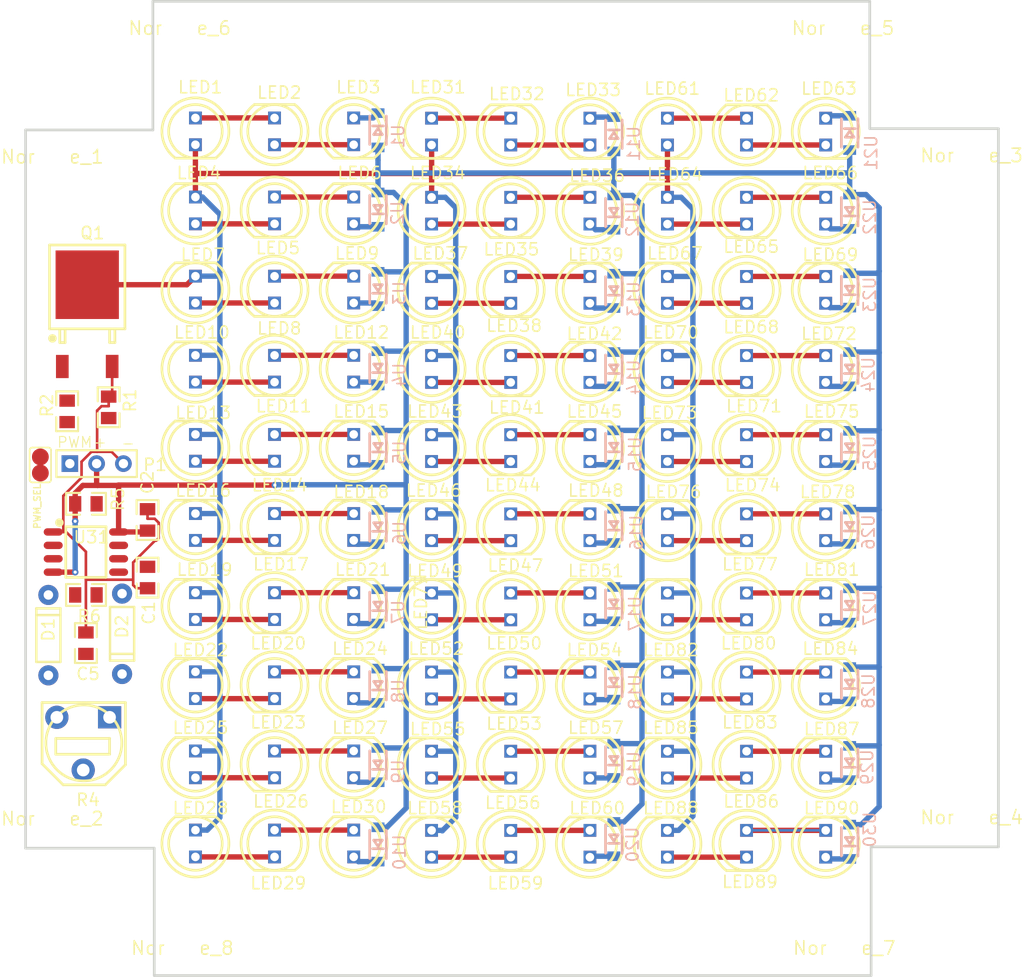
<source format=kicad_pcb>
(kicad_pcb (version 20171130) (host pcbnew "(5.1.12)-1")
  (layers (0 F.Cu signal) (31 B.Cu signal) (34 B.Paste user) (35 F.Paste user) (36 B.SilkS user) (37 F.SilkS user) (38 B.Mask user) (39 F.Mask user) (44 Edge.Cuts user))
  (net 0 "")
  (net 1 A)
  (net 2 K)
  (net 3 LED10_1)
  (net 4 LED11_1)
  (net 5 LED12_1)
  (net 6 LED13_1)
  (net 7 LED14_1)
  (net 8 LED15_1)
  (net 9 LED16_1)
  (net 10 LED17_1)
  (net 11 LED18_1)
  (net 12 LED19_1)
  (net 13 LED1_1)
  (net 14 LED20_1)
  (net 15 LED21_1)
  (net 16 LED22_1)
  (net 17 LED23_1)
  (net 18 LED24_1)
  (net 19 LED25_1)
  (net 20 LED26_1)
  (net 21 LED27_1)
  (net 22 LED28_1)
  (net 23 LED29_1)
  (net 24 LED2_1)
  (net 25 LED30_1)
  (net 26 LED31_1)
  (net 27 LED32_1)
  (net 28 LED33_1)
  (net 29 LED34_1)
  (net 30 LED35_1)
  (net 31 LED36_1)
  (net 32 LED37_1)
  (net 33 LED38_1)
  (net 34 LED39_1)
  (net 35 LED3_1)
  (net 36 LED40_1)
  (net 37 LED41_1)
  (net 38 LED42_1)
  (net 39 LED43_1)
  (net 40 LED44_1)
  (net 41 LED45_1)
  (net 42 LED46_1)
  (net 43 LED47_1)
  (net 44 LED48_1)
  (net 45 LED49_1)
  (net 46 LED4_1)
  (net 47 LED50_1)
  (net 48 LED51_1)
  (net 49 LED52_1)
  (net 50 LED53_1)
  (net 51 LED54_1)
  (net 52 LED55_1)
  (net 53 LED56_1)
  (net 54 LED57_1)
  (net 55 LED58_1)
  (net 56 LED59_1)
  (net 57 LED5_1)
  (net 58 LED60_1)
  (net 59 LED61_1)
  (net 60 LED62_1)
  (net 61 LED63_1)
  (net 62 LED64_1)
  (net 63 LED65_1)
  (net 64 LED66_1)
  (net 65 LED67_1)
  (net 66 LED68_1)
  (net 67 LED69_1)
  (net 68 LED6_1)
  (net 69 LED70_1)
  (net 70 LED71_1)
  (net 71 LED72_1)
  (net 72 LED73_1)
  (net 73 LED74_1)
  (net 74 LED75_1)
  (net 75 LED76_1)
  (net 76 LED77_1)
  (net 77 LED78_1)
  (net 78 LED79_1)
  (net 79 LED7_1)
  (net 80 LED80_1)
  (net 81 LED81_1)
  (net 82 LED82_1)
  (net 83 LED83_1)
  (net 84 LED84_1)
  (net 85 LED85_1)
  (net 86 LED86_1)
  (net 87 LED87_1)
  (net 88 LED88_1)
  (net 89 LED89_1)
  (net 90 LED8_1)
  (net 91 LED90_1)
  (net 92 LED9_1)
  (net 93 GND)
  (module easyeda:SOD-123F (layer F.Cu) (at 46.101 24.918 270)
    (fp_text reference U1 (at -0.661 -1.905 90) (layer B.SilkS) (effects (font (size 1.143 1.143) (thickness 0.152)) (justify left mirror)))
    (fp_text value NSI45020T1G hide)
    (pad 1 smd rect (at 1.628 0 270) (size 0.909 1.219) (layers B.Cu B.Paste B.Mask) (net 1 A))
    (pad 2 smd rect (at -1.623 0 270) (size 0.909 1.219) (layers B.Cu B.Paste B.Mask) (net 35 LED3_1))
  )
  (module easyeda:SOD-123F (layer F.Cu) (at 46.101 32.441 90)
    (fp_text reference U2 (at 0.914 1.841 90) (layer B.SilkS) (effects (font (size 1.143 1.143) (thickness 0.152)) (justify left mirror)))
    (fp_text value NSI45020T1G hide)
    (pad 1 smd rect (at 1.626 0 270) (size 0.909 1.219) (layers B.Cu B.Paste B.Mask) (net 1 A))
    (pad 2 smd rect (at -1.626 0 270) (size 0.909 1.219) (layers B.Cu B.Paste B.Mask) (net 68 LED6_1))
  )
  (module easyeda:SOD-123F (layer F.Cu) (at 46.101 39.961 90)
    (fp_text reference U3 (at 0.845 2.032 90) (layer B.SilkS) (effects (font (size 1.143 1.143) (thickness 0.152)) (justify left mirror)))
    (fp_text value NSI45020T1G hide)
    (pad 1 smd rect (at 1.625 0 270) (size 0.909 1.219) (layers B.Cu B.Paste B.Mask) (net 1 A))
    (pad 2 smd rect (at -1.627 0 270) (size 0.909 1.219) (layers B.Cu B.Paste B.Mask) (net 92 LED9_1))
  )
  (module easyeda:SOD-123F (layer F.Cu) (at 46.101 47.482 90)
    (fp_text reference U4 (at 0.619 2.032 90) (layer B.SilkS) (effects (font (size 1.143 1.143) (thickness 0.152)) (justify left mirror)))
    (fp_text value NSI45020T1G hide)
    (pad 1 smd rect (at 1.625 0 270) (size 0.909 1.219) (layers B.Cu B.Paste B.Mask) (net 1 A))
    (pad 2 smd rect (at -1.626 0 270) (size 0.909 1.219) (layers B.Cu B.Paste B.Mask) (net 5 LED12_1))
  )
  (module easyeda:SOD-123F (layer F.Cu) (at 46.101 55.003 90)
    (fp_text reference U5 (at 0.774 2.032 90) (layer B.SilkS) (effects (font (size 1.143 1.143) (thickness 0.152)) (justify left mirror)))
    (fp_text value NSI45020T1G hide)
    (pad 1 smd rect (at 1.625 0 270) (size 0.909 1.219) (layers B.Cu B.Paste B.Mask) (net 1 A))
    (pad 2 smd rect (at -1.626 0 270) (size 0.909 1.219) (layers B.Cu B.Paste B.Mask) (net 8 LED15_1))
  )
  (module easyeda:SOD-123F (layer F.Cu) (at 46.101 62.524 90)
    (fp_text reference U6 (at 0.675 2.032 90) (layer B.SilkS) (effects (font (size 1.143 1.143) (thickness 0.152)) (justify left mirror)))
    (fp_text value NSI45020T1G hide)
    (pad 1 smd rect (at 1.625 0 270) (size 0.909 1.219) (layers B.Cu B.Paste B.Mask) (net 1 A))
    (pad 2 smd rect (at -1.626 0 270) (size 0.909 1.219) (layers B.Cu B.Paste B.Mask) (net 11 LED18_1))
  )
  (module easyeda:SOD-123F (layer F.Cu) (at 46.101 70.045 90)
    (fp_text reference U7 (at 0.703 1.905 90) (layer B.SilkS) (effects (font (size 1.143 1.143) (thickness 0.152)) (justify left mirror)))
    (fp_text value NSI45020T1G hide)
    (pad 1 smd rect (at 1.625 0 270) (size 0.909 1.219) (layers B.Cu B.Paste B.Mask) (net 1 A))
    (pad 2 smd rect (at -1.626 0 270) (size 0.909 1.219) (layers B.Cu B.Paste B.Mask) (net 15 LED21_1))
  )
  (module easyeda:SOD-123F (layer F.Cu) (at 46.101 77.566 90)
    (fp_text reference U8 (at 0.732 1.905 90) (layer B.SilkS) (effects (font (size 1.143 1.143) (thickness 0.152)) (justify left mirror)))
    (fp_text value NSI45020T1G hide)
    (pad 1 smd rect (at 1.625 0 270) (size 0.909 1.219) (layers B.Cu B.Paste B.Mask) (net 1 A))
    (pad 2 smd rect (at -1.626 0 270) (size 0.909 1.219) (layers B.Cu B.Paste B.Mask) (net 18 LED24_1))
  )
  (module easyeda:SOD-123F (layer F.Cu) (at 46.101 85.087 90)
    (fp_text reference U9 (at 0.633 1.905 90) (layer B.SilkS) (effects (font (size 1.143 1.143) (thickness 0.152)) (justify left mirror)))
    (fp_text value NSI45020T1G hide)
    (pad 1 smd rect (at 1.626 0 270) (size 0.909 1.219) (layers B.Cu B.Paste B.Mask) (net 1 A))
    (pad 2 smd rect (at -1.626 0 270) (size 0.909 1.219) (layers B.Cu B.Paste B.Mask) (net 21 LED27_1))
  )
  (module easyeda:SOD-123F (layer F.Cu) (at 46.101 92.609 90)
    (fp_text reference U10 (at 1.042 2.032 90) (layer B.SilkS) (effects (font (size 1.143 1.143) (thickness 0.152)) (justify left mirror)))
    (fp_text value NSI45020T1G hide)
    (pad 1 smd rect (at 1.626 0 270) (size 0.909 1.219) (layers B.Cu B.Paste B.Mask) (net 1 A))
    (pad 2 smd rect (at -1.625 0 270) (size 0.909 1.219) (layers B.Cu B.Paste B.Mask) (net 25 LED30_1))
  )
  (module easyeda:SOD-123F (layer F.Cu) (at 68.453 25.299 270)
    (fp_text reference U11 (at -0.889 -1.892 90) (layer B.SilkS) (effects (font (size 1.143 1.143) (thickness 0.152)) (justify left mirror)))
    (fp_text value NSI45020T1G hide)
    (pad 1 smd rect (at 1.625 0 90) (size 0.909 1.219) (layers B.Cu B.Paste B.Mask) (net 1 A))
    (pad 2 smd rect (at -1.626 0 90) (size 0.909 1.219) (layers B.Cu B.Paste B.Mask) (net 28 LED33_1))
  )
  (module easyeda:SOD-123F (layer F.Cu) (at 68.453 32.721 90)
    (fp_text reference U12 (at 1.143 1.765 90) (layer B.SilkS) (effects (font (size 1.143 1.143) (thickness 0.152)) (justify left mirror)))
    (fp_text value NSI45020T1G hide)
    (pad 1 smd rect (at 1.626 0 270) (size 0.909 1.219) (layers B.Cu B.Paste B.Mask) (net 1 A))
    (pad 2 smd rect (at -1.625 0 270) (size 0.909 1.219) (layers B.Cu B.Paste B.Mask) (net 31 LED36_1))
  )
  (module easyeda:SOD-123F (layer F.Cu) (at 68.453 40.143 90)
    (fp_text reference U13 (at 1.016 1.892 90) (layer B.SilkS) (effects (font (size 1.143 1.143) (thickness 0.152)) (justify left mirror)))
    (fp_text value NSI45020T1G hide)
    (pad 1 smd rect (at 1.627 0 270) (size 0.909 1.219) (layers B.Cu B.Paste B.Mask) (net 1 A))
    (pad 2 smd rect (at -1.624 0 270) (size 0.909 1.219) (layers B.Cu B.Paste B.Mask) (net 34 LED39_1))
  )
  (module easyeda:SOD-123F (layer F.Cu) (at 68.453 47.566 90)
    (fp_text reference U14 (at 1.016 1.892 90) (layer B.SilkS) (effects (font (size 1.143 1.143) (thickness 0.152)) (justify left mirror)))
    (fp_text value NSI45020T1G hide)
    (pad 1 smd rect (at 1.625 0 270) (size 0.909 1.219) (layers B.Cu B.Paste B.Mask) (net 1 A))
    (pad 2 smd rect (at -1.626 0 270) (size 0.909 1.219) (layers B.Cu B.Paste B.Mask) (net 38 LED42_1))
  )
  (module easyeda:SOD-123F (layer F.Cu) (at 68.453 54.988 90)
    (fp_text reference U15 (at 1.143 2.019 90) (layer B.SilkS) (effects (font (size 1.143 1.143) (thickness 0.152)) (justify left mirror)))
    (fp_text value NSI45020T1G hide)
    (pad 1 smd rect (at 1.625 0 270) (size 0.909 1.219) (layers B.Cu B.Paste B.Mask) (net 1 A))
    (pad 2 smd rect (at -1.626 0 270) (size 0.909 1.219) (layers B.Cu B.Paste B.Mask) (net 41 LED45_1))
  )
  (module easyeda:SOD-123F (layer F.Cu) (at 68.453 62.411 90)
    (fp_text reference U16 (at 1.143 2.146 90) (layer B.SilkS) (effects (font (size 1.143 1.143) (thickness 0.152)) (justify left mirror)))
    (fp_text value NSI45020T1G hide)
    (pad 1 smd rect (at 1.626 0 270) (size 0.909 1.219) (layers B.Cu B.Paste B.Mask) (net 1 A))
    (pad 2 smd rect (at -1.625 0 270) (size 0.909 1.219) (layers B.Cu B.Paste B.Mask) (net 44 LED48_1))
  )
  (module easyeda:SOD-123F (layer F.Cu) (at 68.453 69.833 90)
    (fp_text reference U17 (at 0.889 2.019 90) (layer B.SilkS) (effects (font (size 1.143 1.143) (thickness 0.152)) (justify left mirror)))
    (fp_text value NSI45020T1G hide)
    (pad 1 smd rect (at 1.627 0 270) (size 0.909 1.219) (layers B.Cu B.Paste B.Mask) (net 1 A))
    (pad 2 smd rect (at -1.625 0 270) (size 0.909 1.219) (layers B.Cu B.Paste B.Mask) (net 48 LED51_1))
  )
  (module easyeda:SOD-123F (layer F.Cu) (at 68.453 77.256 90)
    (fp_text reference U18 (at 0.889 2.019 90) (layer B.SilkS) (effects (font (size 1.143 1.143) (thickness 0.152)) (justify left mirror)))
    (fp_text value NSI45020T1G hide)
    (pad 1 smd rect (at 1.625 0 270) (size 0.909 1.219) (layers B.Cu B.Paste B.Mask) (net 1 A))
    (pad 2 smd rect (at -1.627 0 270) (size 0.909 1.219) (layers B.Cu B.Paste B.Mask) (net 51 LED54_1))
  )
  (module easyeda:SOD-123F (layer F.Cu) (at 68.453 84.678 90)
    (fp_text reference U19 (at 1.016 1.892 90) (layer B.SilkS) (effects (font (size 1.143 1.143) (thickness 0.152)) (justify left mirror)))
    (fp_text value NSI45020T1G hide)
    (pad 1 smd rect (at 1.625 0 270) (size 0.909 1.219) (layers B.Cu B.Paste B.Mask) (net 1 A))
    (pad 2 smd rect (at -1.626 0 270) (size 0.909 1.219) (layers B.Cu B.Paste B.Mask) (net 54 LED57_1))
  )
  (module easyeda:SOD-123F (layer F.Cu) (at 68.453 92.101 90)
    (fp_text reference U20 (at 1.27 1.765 90) (layer B.SilkS) (effects (font (size 1.143 1.143) (thickness 0.152)) (justify left mirror)))
    (fp_text value NSI45020T1G hide)
    (pad 1 smd rect (at 1.626 0 270) (size 0.909 1.219) (layers B.Cu B.Paste B.Mask) (net 1 A))
    (pad 2 smd rect (at -1.625 0 270) (size 0.909 1.219) (layers B.Cu B.Paste B.Mask) (net 58 LED60_1))
  )
  (module easyeda:SOD-123F (layer F.Cu) (at 90.805 25.172 270)
    (fp_text reference U21 (at 0.101 -2.032 90) (layer B.SilkS) (effects (font (size 1.143 1.143) (thickness 0.152)) (justify left mirror)))
    (fp_text value NSI45020T1G hide)
    (pad 1 smd rect (at 1.625 0 90) (size 0.909 1.219) (layers B.Cu B.Paste B.Mask) (net 1 A))
    (pad 2 smd rect (at -1.626 0 90) (size 0.909 1.219) (layers B.Cu B.Paste B.Mask) (net 61 LED63_1))
  )
  (module easyeda:SOD-123F (layer F.Cu) (at 90.805 32.636 90)
    (fp_text reference U22 (at 1.27 1.905 90) (layer B.SilkS) (effects (font (size 1.143 1.143) (thickness 0.152)) (justify left mirror)))
    (fp_text value NSI45020T1G hide)
    (pad 1 smd rect (at 1.625 0 270) (size 0.909 1.219) (layers B.Cu B.Paste B.Mask) (net 1 A))
    (pad 2 smd rect (at -1.626 0 270) (size 0.909 1.219) (layers B.Cu B.Paste B.Mask) (net 64 LED66_1))
  )
  (module easyeda:SOD-123F (layer F.Cu) (at 90.805 40.101 90)
    (fp_text reference U23 (at 1.397 1.905 90) (layer B.SilkS) (effects (font (size 1.143 1.143) (thickness 0.152)) (justify left mirror)))
    (fp_text value NSI45020T1G hide)
    (pad 1 smd rect (at 1.625 0 270) (size 0.909 1.219) (layers B.Cu B.Paste B.Mask) (net 1 A))
    (pad 2 smd rect (at -1.626 0 270) (size 0.909 1.219) (layers B.Cu B.Paste B.Mask) (net 67 LED69_1))
  )
  (module easyeda:SOD-123F (layer F.Cu) (at 90.805 47.566 90)
    (fp_text reference U24 (at 1.27 1.778 90) (layer B.SilkS) (effects (font (size 1.143 1.143) (thickness 0.152)) (justify left mirror)))
    (fp_text value NSI45020T1G hide)
    (pad 1 smd rect (at 1.625 0 270) (size 0.909 1.219) (layers B.Cu B.Paste B.Mask) (net 1 A))
    (pad 2 smd rect (at -1.626 0 270) (size 0.909 1.219) (layers B.Cu B.Paste B.Mask) (net 71 LED72_1))
  )
  (module easyeda:SOD-123F (layer F.Cu) (at 90.805 55.031 90)
    (fp_text reference U25 (at 1.27 1.905 90) (layer B.SilkS) (effects (font (size 1.143 1.143) (thickness 0.152)) (justify left mirror)))
    (fp_text value NSI45020T1G hide)
    (pad 1 smd rect (at 1.625 0 270) (size 0.909 1.219) (layers B.Cu B.Paste B.Mask) (net 1 A))
    (pad 2 smd rect (at -1.627 0 270) (size 0.909 1.219) (layers B.Cu B.Paste B.Mask) (net 74 LED75_1))
  )
  (module easyeda:SOD-123F (layer F.Cu) (at 90.805 62.495 90)
    (fp_text reference U26 (at 1.27 1.778 90) (layer B.SilkS) (effects (font (size 1.143 1.143) (thickness 0.152)) (justify left mirror)))
    (fp_text value NSI45020T1G hide)
    (pad 1 smd rect (at 1.627 0 270) (size 0.909 1.219) (layers B.Cu B.Paste B.Mask) (net 1 A))
    (pad 2 smd rect (at -1.624 0 270) (size 0.909 1.219) (layers B.Cu B.Paste B.Mask) (net 77 LED78_1))
  )
  (module easyeda:SOD-123F (layer F.Cu) (at 90.805 69.96 90)
    (fp_text reference U27 (at 1.524 1.905 90) (layer B.SilkS) (effects (font (size 1.143 1.143) (thickness 0.152)) (justify left mirror)))
    (fp_text value NSI45020T1G hide)
    (pad 1 smd rect (at 1.627 0 270) (size 0.909 1.219) (layers B.Cu B.Paste B.Mask) (net 1 A))
    (pad 2 smd rect (at -1.625 0 270) (size 0.909 1.219) (layers B.Cu B.Paste B.Mask) (net 81 LED81_1))
  )
  (module easyeda:SOD-123F (layer F.Cu) (at 90.805 77.425 90)
    (fp_text reference U28 (at 1.143 1.778 90) (layer B.SilkS) (effects (font (size 1.143 1.143) (thickness 0.152)) (justify left mirror)))
    (fp_text value NSI45020T1G hide)
    (pad 1 smd rect (at 1.626 0 270) (size 0.909 1.219) (layers B.Cu B.Paste B.Mask) (net 1 A))
    (pad 2 smd rect (at -1.625 0 270) (size 0.909 1.219) (layers B.Cu B.Paste B.Mask) (net 84 LED84_1))
  )
  (module easyeda:SOD-123F (layer F.Cu) (at 90.805 84.89 90)
    (fp_text reference U29 (at 1.397 1.651 90) (layer B.SilkS) (effects (font (size 1.143 1.143) (thickness 0.152)) (justify left mirror)))
    (fp_text value NSI45020T1G hide)
    (pad 1 smd rect (at 1.626 0 270) (size 0.909 1.219) (layers B.Cu B.Paste B.Mask) (net 1 A))
    (pad 2 smd rect (at -1.625 0 270) (size 0.909 1.219) (layers B.Cu B.Paste B.Mask) (net 87 LED87_1))
  )
  (module easyeda:SOD-123F (layer F.Cu) (at 90.805 92.355 90)
    (fp_text reference U30 (at 2.947 1.905 90) (layer B.SilkS) (effects (font (size 1.143 1.143) (thickness 0.152)) (justify left mirror)))
    (fp_text value NSI45020T1G hide)
    (pad 1 smd rect (at 1.626 0 270) (size 0.909 1.219) (layers B.Cu B.Paste B.Mask) (net 1 A))
    (pad 2 smd rect (at -1.625 0 270) (size 0.909 1.219) (layers B.Cu B.Paste B.Mask) (net 91 LED90_1))
  )
  (module easyeda:LED-5MM (layer F.Cu) (at 28.796 25.02 270)
    (fp_text reference LED1 (at -4.178 1.745) (layer F.SilkS) (effects (font (size 1.143 1.143) (thickness 0.152)) (justify left)))
    (fp_text value "5AG3HT01 280-450" hide)
    (pad 1 thru_hole rect (at -1.269 0.001 270) (size 1.212 1.212) (drill 0.813) (layers *.Cu *.Paste *.Mask) (net 13 LED1_1))
    (pad 2 thru_hole rect (at 1.271 0.001 270) (size 1.212 1.212) (drill 0.813) (layers *.Cu *.Paste *.Mask) (net 2 K))
  )
  (module easyeda:LED-5MM (layer F.Cu) (at 36.296 25.02 90)
    (fp_text reference LED2 (at 3.67 -1.752) (layer F.SilkS) (effects (font (size 1.143 1.143) (thickness 0.152)) (justify left)))
    (fp_text value "5AG3HT01 280-450" hide)
    (pad 1 thru_hole rect (at -1.271 -0.001 90) (size 1.212 1.212) (drill 0.813) (layers *.Cu *.Paste *.Mask) (net 24 LED2_1))
    (pad 2 thru_hole rect (at 1.269 -0.001 90) (size 1.212 1.212) (drill 0.813) (layers *.Cu *.Paste *.Mask) (net 13 LED1_1))
  )
  (module easyeda:LED-5MM (layer F.Cu) (at 43.796 25.02 270)
    (fp_text reference LED3 (at -4.178 1.759) (layer F.SilkS) (effects (font (size 1.143 1.143) (thickness 0.152)) (justify left)))
    (fp_text value "5AG3HT01 280-450" hide)
    (pad 1 thru_hole rect (at -1.269 0 270) (size 1.212 1.212) (drill 0.813) (layers *.Cu *.Paste *.Mask) (net 35 LED3_1))
    (pad 2 thru_hole rect (at 1.271 0 270) (size 1.212 1.212) (drill 0.813) (layers *.Cu *.Paste *.Mask) (net 24 LED2_1))
  )
  (module easyeda:LED-5MM (layer F.Cu) (at 28.796 32.519 90)
    (fp_text reference LED4 (at 3.55 -1.872) (layer F.SilkS) (effects (font (size 1.143 1.143) (thickness 0.152)) (justify left)))
    (fp_text value "5AG3HT01 280-450" hide)
    (pad 1 thru_hole rect (at -1.269 -0.001 90) (size 1.212 1.212) (drill 0.813) (layers *.Cu *.Paste *.Mask) (net 46 LED4_1))
    (pad 2 thru_hole rect (at 1.271 -0.001 90) (size 1.212 1.212) (drill 0.813) (layers *.Cu *.Paste *.Mask) (net 2 K))
  )
  (module easyeda:LED-5MM (layer F.Cu) (at 36.296 32.519 270)
    (fp_text reference LED5 (at 3.562 1.879) (layer F.SilkS) (effects (font (size 1.143 1.143) (thickness 0.152)) (justify left)))
    (fp_text value "5AG3HT01 280-450" hide)
    (pad 1 thru_hole rect (at -1.271 -0.002 270) (size 1.212 1.212) (drill 0.813) (layers *.Cu *.Paste *.Mask) (net 57 LED5_1))
    (pad 2 thru_hole rect (at 1.269 -0.002 270) (size 1.212 1.212) (drill 0.813) (layers *.Cu *.Paste *.Mask) (net 46 LED4_1))
  )
  (module easyeda:LED-5MM (layer F.Cu) (at 43.796 32.519 90)
    (fp_text reference LED6 (at 3.55 -1.632) (layer F.SilkS) (effects (font (size 1.143 1.143) (thickness 0.152)) (justify left)))
    (fp_text value "5AG3HT01 280-450" hide)
    (pad 1 thru_hole rect (at -1.269 0 90) (size 1.212 1.212) (drill 0.813) (layers *.Cu *.Paste *.Mask) (net 68 LED6_1))
    (pad 2 thru_hole rect (at 1.271 0 90) (size 1.212 1.212) (drill 0.813) (layers *.Cu *.Paste *.Mask) (net 57 LED5_1))
  )
  (module easyeda:LED-5MM (layer F.Cu) (at 28.796 40.02 90)
    (fp_text reference LED7 (at 3.303 -1.491) (layer F.SilkS) (effects (font (size 1.143 1.143) (thickness 0.152)) (justify left)))
    (fp_text value "5AG3HT01 280-450" hide)
    (pad 1 thru_hole rect (at -1.269 0.001 90) (size 1.212 1.212) (drill 0.813) (layers *.Cu *.Paste *.Mask) (net 79 LED7_1))
    (pad 2 thru_hole rect (at 1.271 0.001 90) (size 1.212 1.212) (drill 0.813) (layers *.Cu *.Paste *.Mask) (net 2 K))
  )
  (module easyeda:LED-5MM (layer F.Cu) (at 36.296 40.02 270)
    (fp_text reference LED8 (at 3.682 1.752) (layer F.SilkS) (effects (font (size 1.143 1.143) (thickness 0.152)) (justify left)))
    (fp_text value "5AG3HT01 280-450" hide)
    (pad 1 thru_hole rect (at -1.268 0.001 270) (size 1.212 1.212) (drill 0.813) (layers *.Cu *.Paste *.Mask) (net 90 LED8_1))
    (pad 2 thru_hole rect (at 1.272 0.001 270) (size 1.212 1.212) (drill 0.813) (layers *.Cu *.Paste *.Mask) (net 79 LED7_1))
  )
  (module easyeda:LED-5MM (layer F.Cu) (at 43.796 40.02 90)
    (fp_text reference LED9 (at 3.43 -1.886) (layer F.SilkS) (effects (font (size 1.143 1.143) (thickness 0.152)) (justify left)))
    (fp_text value "5AG3HT01 280-450" hide)
    (pad 1 thru_hole rect (at -1.269 0.002 90) (size 1.212 1.212) (drill 0.813) (layers *.Cu *.Paste *.Mask) (net 92 LED9_1))
    (pad 2 thru_hole rect (at 1.271 0.002 90) (size 1.212 1.212) (drill 0.813) (layers *.Cu *.Paste *.Mask) (net 90 LED8_1))
  )
  (module easyeda:LED-5MM (layer F.Cu) (at 28.796 47.52 90)
    (fp_text reference LED10 (at 3.437 -2.126) (layer F.SilkS) (effects (font (size 1.143 1.143) (thickness 0.152)) (justify left)))
    (fp_text value "5AG3HT01 280-450" hide)
    (pad 1 thru_hole rect (at -1.268 0.001 90) (size 1.212 1.212) (drill 0.813) (layers *.Cu *.Paste *.Mask) (net 3 LED10_1))
    (pad 2 thru_hole rect (at 1.272 0.001 90) (size 1.212 1.212) (drill 0.813) (layers *.Cu *.Paste *.Mask) (net 2 K))
  )
  (module easyeda:LED-5MM (layer F.Cu) (at 36.296 47.52 270)
    (fp_text reference LED11 (at 3.548 1.879) (layer F.SilkS) (effects (font (size 1.143 1.143) (thickness 0.152)) (justify left)))
    (fp_text value "5AG3HT01 280-450" hide)
    (pad 1 thru_hole rect (at -1.27 0.001 270) (size 1.212 1.212) (drill 0.813) (layers *.Cu *.Paste *.Mask) (net 4 LED11_1))
    (pad 2 thru_hole rect (at 1.27 0.001 270) (size 1.212 1.212) (drill 0.813) (layers *.Cu *.Paste *.Mask) (net 3 LED10_1))
  )
  (module easyeda:LED-5MM (layer F.Cu) (at 43.796 47.52 90)
    (fp_text reference LED12 (at 3.437 -2.013) (layer F.SilkS) (effects (font (size 1.143 1.143) (thickness 0.152)) (justify left)))
    (fp_text value "5AG3HT01 280-450" hide)
    (pad 1 thru_hole rect (at -1.268 0.002 90) (size 1.212 1.212) (drill 0.813) (layers *.Cu *.Paste *.Mask) (net 5 LED12_1))
    (pad 2 thru_hole rect (at 1.272 0.002 90) (size 1.212 1.212) (drill 0.813) (layers *.Cu *.Paste *.Mask) (net 4 LED11_1))
  )
  (module easyeda:LED-5MM (layer F.Cu) (at 28.796 55.019 90)
    (fp_text reference LED13 (at 3.317 -1.999) (layer F.SilkS) (effects (font (size 1.143 1.143) (thickness 0.152)) (justify left)))
    (fp_text value "5AG3HT01 280-450" hide)
    (pad 1 thru_hole rect (at -1.268 0.001 90) (size 1.212 1.212) (drill 0.813) (layers *.Cu *.Paste *.Mask) (net 6 LED13_1))
    (pad 2 thru_hole rect (at 1.272 0.001 90) (size 1.212 1.212) (drill 0.813) (layers *.Cu *.Paste *.Mask) (net 2 K))
  )
  (module easyeda:LED-5MM (layer F.Cu) (at 36.296 55.019 270)
    (fp_text reference LED14 (at 3.541 2.26) (layer F.SilkS) (effects (font (size 1.143 1.143) (thickness 0.152)) (justify left)))
    (fp_text value "5AG3HT01 280-450" hide)
    (pad 1 thru_hole rect (at -1.269 0.001 270) (size 1.212 1.212) (drill 0.813) (layers *.Cu *.Paste *.Mask) (net 7 LED14_1))
    (pad 2 thru_hole rect (at 1.271 0.001 270) (size 1.212 1.212) (drill 0.813) (layers *.Cu *.Paste *.Mask) (net 6 LED13_1))
  )
  (module easyeda:LED-5MM (layer F.Cu) (at 43.796 55.019 90)
    (fp_text reference LED15 (at 3.444 -2.013) (layer F.SilkS) (effects (font (size 1.143 1.143) (thickness 0.152)) (justify left)))
    (fp_text value "5AG3HT01 280-450" hide)
    (pad 1 thru_hole rect (at -1.268 0.002 90) (size 1.212 1.212) (drill 0.813) (layers *.Cu *.Paste *.Mask) (net 8 LED15_1))
    (pad 2 thru_hole rect (at 1.272 0.002 90) (size 1.212 1.212) (drill 0.813) (layers *.Cu *.Paste *.Mask) (net 7 LED14_1))
  )
  (module easyeda:LED-5MM (layer F.Cu) (at 28.796 62.52 90)
    (fp_text reference LED16 (at 3.451 -1.999) (layer F.SilkS) (effects (font (size 1.143 1.143) (thickness 0.152)) (justify left)))
    (fp_text value "5AG3HT01 280-450" hide)
    (pad 1 thru_hole rect (at -1.269 0.001 90) (size 1.212 1.212) (drill 0.813) (layers *.Cu *.Paste *.Mask) (net 9 LED16_1))
    (pad 2 thru_hole rect (at 1.271 0.001 90) (size 1.212 1.212) (drill 0.813) (layers *.Cu *.Paste *.Mask) (net 2 K))
  )
  (module easyeda:LED-5MM (layer F.Cu) (at 36.296 62.52 270)
    (fp_text reference LED17 (at 3.534 2.133) (layer F.SilkS) (effects (font (size 1.143 1.143) (thickness 0.152)) (justify left)))
    (fp_text value "5AG3HT01 280-450" hide)
    (pad 1 thru_hole rect (at -1.269 0.001 270) (size 1.212 1.212) (drill 0.813) (layers *.Cu *.Paste *.Mask) (net 10 LED17_1))
    (pad 2 thru_hole rect (at 1.271 0.001 270) (size 1.212 1.212) (drill 0.813) (layers *.Cu *.Paste *.Mask) (net 9 LED16_1))
  )
  (module easyeda:LED-5MM (layer F.Cu) (at 43.796 62.52 90)
    (fp_text reference LED18 (at 3.324 -2.013) (layer F.SilkS) (effects (font (size 1.143 1.143) (thickness 0.152)) (justify left)))
    (fp_text value "5AG3HT01 280-450" hide)
    (pad 1 thru_hole rect (at -1.269 0.002 90) (size 1.212 1.212) (drill 0.813) (layers *.Cu *.Paste *.Mask) (net 11 LED18_1))
    (pad 2 thru_hole rect (at 1.271 0.002 90) (size 1.212 1.212) (drill 0.813) (layers *.Cu *.Paste *.Mask) (net 10 LED17_1))
  )
  (module easyeda:LED-5MM (layer F.Cu) (at 28.796 70.019 90)
    (fp_text reference LED19 (at 3.458 -1.872) (layer F.SilkS) (effects (font (size 1.143 1.143) (thickness 0.152)) (justify left)))
    (fp_text value "5AG3HT01 280-450" hide)
    (pad 1 thru_hole rect (at -1.269 0.001 90) (size 1.212 1.212) (drill 0.813) (layers *.Cu *.Paste *.Mask) (net 12 LED19_1))
    (pad 2 thru_hole rect (at 1.271 0.001 90) (size 1.212 1.212) (drill 0.813) (layers *.Cu *.Paste *.Mask) (net 2 K))
  )
  (module easyeda:LED-5MM (layer F.Cu) (at 36.296 70.019 270)
    (fp_text reference LED20 (at 3.527 2.387) (layer F.SilkS) (effects (font (size 1.143 1.143) (thickness 0.152)) (justify left)))
    (fp_text value "5AG3HT01 280-450" hide)
    (pad 1 thru_hole rect (at -1.268 0.001 270) (size 1.212 1.212) (drill 0.813) (layers *.Cu *.Paste *.Mask) (net 14 LED20_1))
    (pad 2 thru_hole rect (at 1.272 0.001 270) (size 1.212 1.212) (drill 0.813) (layers *.Cu *.Paste *.Mask) (net 12 LED19_1))
  )
  (module easyeda:LED-5MM (layer F.Cu) (at 43.796 70.019 90)
    (fp_text reference LED21 (at 3.458 -1.886) (layer F.SilkS) (effects (font (size 1.143 1.143) (thickness 0.152)) (justify left)))
    (fp_text value "5AG3HT01 280-450" hide)
    (pad 1 thru_hole rect (at -1.269 0.002 90) (size 1.212 1.212) (drill 0.813) (layers *.Cu *.Paste *.Mask) (net 15 LED21_1))
    (pad 2 thru_hole rect (at 1.271 0.002 90) (size 1.212 1.212) (drill 0.813) (layers *.Cu *.Paste *.Mask) (net 14 LED20_1))
  )
  (module easyeda:LED-5MM (layer F.Cu) (at 28.796 77.52 90)
    (fp_text reference LED22 (at 3.338 -2.253) (layer F.SilkS) (effects (font (size 1.143 1.143) (thickness 0.152)) (justify left)))
    (fp_text value "5AG3HT01 280-450" hide)
    (pad 1 thru_hole rect (at -1.267 0.001 90) (size 1.212 1.212) (drill 0.813) (layers *.Cu *.Paste *.Mask) (net 16 LED22_1))
    (pad 2 thru_hole rect (at 1.273 0.001 90) (size 1.212 1.212) (drill 0.813) (layers *.Cu *.Paste *.Mask) (net 2 K))
  )
  (module easyeda:LED-5MM (layer F.Cu) (at 36.296 77.52 270)
    (fp_text reference LED23 (at 3.52 2.387) (layer F.SilkS) (effects (font (size 1.143 1.143) (thickness 0.152)) (justify left)))
    (fp_text value "5AG3HT01 280-450" hide)
    (pad 1 thru_hole rect (at -1.27 0.001 270) (size 1.212 1.212) (drill 0.813) (layers *.Cu *.Paste *.Mask) (net 17 LED23_1))
    (pad 2 thru_hole rect (at 1.27 0.001 270) (size 1.212 1.212) (drill 0.813) (layers *.Cu *.Paste *.Mask) (net 16 LED22_1))
  )
  (module easyeda:LED-5MM (layer F.Cu) (at 43.796 77.52 90)
    (fp_text reference LED24 (at 3.465 -2.14) (layer F.SilkS) (effects (font (size 1.143 1.143) (thickness 0.152)) (justify left)))
    (fp_text value "5AG3HT01 280-450" hide)
    (pad 1 thru_hole rect (at -1.267 0.002 90) (size 1.212 1.212) (drill 0.813) (layers *.Cu *.Paste *.Mask) (net 18 LED24_1))
    (pad 2 thru_hole rect (at 1.273 0.002 90) (size 1.212 1.212) (drill 0.813) (layers *.Cu *.Paste *.Mask) (net 17 LED23_1))
  )
  (module easyeda:LED-5MM (layer F.Cu) (at 28.796 85.019 90)
    (fp_text reference LED25 (at 3.472 -2.253) (layer F.SilkS) (effects (font (size 1.143 1.143) (thickness 0.152)) (justify left)))
    (fp_text value "5AG3HT01 280-450" hide)
    (pad 1 thru_hole rect (at -1.268 0.001 90) (size 1.212 1.212) (drill 0.813) (layers *.Cu *.Paste *.Mask) (net 19 LED25_1))
    (pad 2 thru_hole rect (at 1.272 0.001 90) (size 1.212 1.212) (drill 0.813) (layers *.Cu *.Paste *.Mask) (net 2 K))
  )
  (module easyeda:LED-5MM (layer F.Cu) (at 36.296 85.019 270)
    (fp_text reference LED26 (at 3.513 2.133) (layer F.SilkS) (effects (font (size 1.143 1.143) (thickness 0.152)) (justify left)))
    (fp_text value "5AG3HT01 280-450" hide)
    (pad 1 thru_hole rect (at -1.269 0.001 270) (size 1.212 1.212) (drill 0.813) (layers *.Cu *.Paste *.Mask) (net 20 LED26_1))
    (pad 2 thru_hole rect (at 1.271 0.001 270) (size 1.212 1.212) (drill 0.813) (layers *.Cu *.Paste *.Mask) (net 19 LED25_1))
  )
  (module easyeda:LED-5MM (layer F.Cu) (at 43.796 85.019 90)
    (fp_text reference LED27 (at 3.472 -2.14) (layer F.SilkS) (effects (font (size 1.143 1.143) (thickness 0.152)) (justify left)))
    (fp_text value "5AG3HT01 280-450" hide)
    (pad 1 thru_hole rect (at -1.268 0.002 90) (size 1.212 1.212) (drill 0.813) (layers *.Cu *.Paste *.Mask) (net 21 LED27_1))
    (pad 2 thru_hole rect (at 1.272 0.002 90) (size 1.212 1.212) (drill 0.813) (layers *.Cu *.Paste *.Mask) (net 20 LED26_1))
  )
  (module easyeda:LED-5MM (layer F.Cu) (at 28.796 92.52 90)
    (fp_text reference LED28 (at 3.352 -2.253) (layer F.SilkS) (effects (font (size 1.143 1.143) (thickness 0.152)) (justify left)))
    (fp_text value "5AG3HT01 280-450" hide)
    (pad 1 thru_hole rect (at -1.269 0.001 90) (size 1.212 1.212) (drill 0.813) (layers *.Cu *.Paste *.Mask) (net 22 LED28_1))
    (pad 2 thru_hole rect (at 1.271 0.001 90) (size 1.212 1.212) (drill 0.813) (layers *.Cu *.Paste *.Mask) (net 2 K))
  )
  (module easyeda:LED-5MM (layer F.Cu) (at 36.296 92.52 270)
    (fp_text reference LED29 (at 3.76 2.387) (layer F.SilkS) (effects (font (size 1.143 1.143) (thickness 0.152)) (justify left)))
    (fp_text value "5AG3HT01 280-450" hide)
    (pad 1 thru_hole rect (at -1.269 0.001 270) (size 1.212 1.212) (drill 0.813) (layers *.Cu *.Paste *.Mask) (net 23 LED29_1))
    (pad 2 thru_hole rect (at 1.271 0.001 270) (size 1.212 1.212) (drill 0.813) (layers *.Cu *.Paste *.Mask) (net 22 LED28_1))
  )
  (module easyeda:LED-5MM (layer F.Cu) (at 43.796 92.52 90)
    (fp_text reference LED30 (at 3.479 -2.267) (layer F.SilkS) (effects (font (size 1.143 1.143) (thickness 0.152)) (justify left)))
    (fp_text value "5AG3HT01 280-450" hide)
    (pad 1 thru_hole rect (at -1.269 0.002 90) (size 1.212 1.212) (drill 0.813) (layers *.Cu *.Paste *.Mask) (net 25 LED30_1))
    (pad 2 thru_hole rect (at 1.271 0.002 90) (size 1.212 1.212) (drill 0.813) (layers *.Cu *.Paste *.Mask) (net 23 LED29_1))
  )
  (module easyeda:LED-5MM (layer F.Cu) (at 51.181 25.045 270)
    (fp_text reference LED31 (at -4.203 2.159) (layer F.SilkS) (effects (font (size 1.143 1.143) (thickness 0.152)) (justify left)))
    (fp_text value "5AG3HT01 280-450" hide)
    (pad 1 thru_hole rect (at -1.269 0.001 270) (size 1.212 1.212) (drill 0.813) (layers *.Cu *.Paste *.Mask) (net 26 LED31_1))
    (pad 2 thru_hole rect (at 1.271 0.001 270) (size 1.212 1.212) (drill 0.813) (layers *.Cu *.Paste *.Mask) (net 2 K))
  )
  (module easyeda:LED-5MM (layer F.Cu) (at 58.681 25.045 90)
    (fp_text reference LED32 (at 3.568 -2.166) (layer F.SilkS) (effects (font (size 1.143 1.143) (thickness 0.152)) (justify left)))
    (fp_text value "5AG3HT01 280-450" hide)
    (pad 1 thru_hole rect (at -1.269 0.002 90) (size 1.212 1.212) (drill 0.813) (layers *.Cu *.Paste *.Mask) (net 27 LED32_1))
    (pad 2 thru_hole rect (at 1.271 0.002 90) (size 1.212 1.212) (drill 0.813) (layers *.Cu *.Paste *.Mask) (net 26 LED31_1))
  )
  (module easyeda:LED-5MM (layer F.Cu) (at 66.181 25.045 270)
    (fp_text reference LED33 (at -3.949 2.427) (layer F.SilkS) (effects (font (size 1.143 1.143) (thickness 0.152)) (justify left)))
    (fp_text value "5AG3HT01 280-450" hide)
    (pad 1 thru_hole rect (at -1.269 0 270) (size 1.212 1.212) (drill 0.813) (layers *.Cu *.Paste *.Mask) (net 28 LED33_1))
    (pad 2 thru_hole rect (at 1.271 0 270) (size 1.212 1.212) (drill 0.813) (layers *.Cu *.Paste *.Mask) (net 27 LED32_1))
  )
  (module easyeda:LED-5MM (layer F.Cu) (at 51.181 32.544 90)
    (fp_text reference LED34 (at 3.575 -2.159) (layer F.SilkS) (effects (font (size 1.143 1.143) (thickness 0.152)) (justify left)))
    (fp_text value "5AG3HT01 280-450" hide)
    (pad 1 thru_hole rect (at -1.269 0.001 90) (size 1.212 1.212) (drill 0.813) (layers *.Cu *.Paste *.Mask) (net 29 LED34_1))
    (pad 2 thru_hole rect (at 1.271 0.001 90) (size 1.212 1.212) (drill 0.813) (layers *.Cu *.Paste *.Mask) (net 2 K))
  )
  (module easyeda:LED-5MM (layer F.Cu) (at 58.681 32.544 270)
    (fp_text reference LED35 (at 3.664 2.674) (layer F.SilkS) (effects (font (size 1.143 1.143) (thickness 0.152)) (justify left)))
    (fp_text value "5AG3HT01 280-450" hide)
    (pad 1 thru_hole rect (at -1.268 0.001 270) (size 1.212 1.212) (drill 0.813) (layers *.Cu *.Paste *.Mask) (net 30 LED35_1))
    (pad 2 thru_hole rect (at 1.272 0.001 270) (size 1.212 1.212) (drill 0.813) (layers *.Cu *.Paste *.Mask) (net 29 LED34_1))
  )
  (module easyeda:LED-5MM (layer F.Cu) (at 66.181 32.544 90)
    (fp_text reference LED36 (at 3.321 -2.046) (layer F.SilkS) (effects (font (size 1.143 1.143) (thickness 0.152)) (justify left)))
    (fp_text value "5AG3HT01 280-450" hide)
    (pad 1 thru_hole rect (at -1.269 0.002 90) (size 1.212 1.212) (drill 0.813) (layers *.Cu *.Paste *.Mask) (net 31 LED36_1))
    (pad 2 thru_hole rect (at 1.271 0.002 90) (size 1.212 1.212) (drill 0.813) (layers *.Cu *.Paste *.Mask) (net 30 LED35_1))
  )
  (module easyeda:LED-5MM (layer F.Cu) (at 51.181 40.044 90)
    (fp_text reference LED37 (at 3.455 -1.905) (layer F.SilkS) (effects (font (size 1.143 1.143) (thickness 0.152)) (justify left)))
    (fp_text value "5AG3HT01 280-450" hide)
    (pad 1 thru_hole rect (at -1.27 0.001 90) (size 1.212 1.212) (drill 0.813) (layers *.Cu *.Paste *.Mask) (net 32 LED37_1))
    (pad 2 thru_hole rect (at 1.27 0.001 90) (size 1.212 1.212) (drill 0.813) (layers *.Cu *.Paste *.Mask) (net 2 K))
  )
  (module easyeda:LED-5MM (layer F.Cu) (at 58.681 40.044 270)
    (fp_text reference LED38 (at 3.403 2.42) (layer F.SilkS) (effects (font (size 1.143 1.143) (thickness 0.152)) (justify left)))
    (fp_text value "5AG3HT01 280-450" hide)
    (pad 1 thru_hole rect (at -1.268 0.001 270) (size 1.212 1.212) (drill 0.813) (layers *.Cu *.Paste *.Mask) (net 33 LED38_1))
    (pad 2 thru_hole rect (at 1.272 0.001 270) (size 1.212 1.212) (drill 0.813) (layers *.Cu *.Paste *.Mask) (net 32 LED37_1))
  )
  (module easyeda:LED-5MM (layer F.Cu) (at 66.181 40.044 90)
    (fp_text reference LED39 (at 3.328 -2.173) (layer F.SilkS) (effects (font (size 1.143 1.143) (thickness 0.152)) (justify left)))
    (fp_text value "5AG3HT01 280-450" hide)
    (pad 1 thru_hole rect (at -1.27 0.002 90) (size 1.212 1.212) (drill 0.813) (layers *.Cu *.Paste *.Mask) (net 34 LED39_1))
    (pad 2 thru_hole rect (at 1.27 0.002 90) (size 1.212 1.212) (drill 0.813) (layers *.Cu *.Paste *.Mask) (net 33 LED38_1))
  )
  (module easyeda:LED-5MM (layer F.Cu) (at 51.181 47.545 90)
    (fp_text reference LED40 (at 3.462 -2.159) (layer F.SilkS) (effects (font (size 1.143 1.143) (thickness 0.152)) (justify left)))
    (fp_text value "5AG3HT01 280-450" hide)
    (pad 1 thru_hole rect (at -1.268 0.001 90) (size 1.212 1.212) (drill 0.813) (layers *.Cu *.Paste *.Mask) (net 36 LED40_1))
    (pad 2 thru_hole rect (at 1.272 0.001 90) (size 1.212 1.212) (drill 0.813) (layers *.Cu *.Paste *.Mask) (net 2 K))
  )
  (module easyeda:LED-5MM (layer F.Cu) (at 58.681 47.545 270)
    (fp_text reference LED41 (at 3.65 2.166) (layer F.SilkS) (effects (font (size 1.143 1.143) (thickness 0.152)) (justify left)))
    (fp_text value "5AG3HT01 280-450" hide)
    (pad 1 thru_hole rect (at -1.27 0.001 270) (size 1.212 1.212) (drill 0.813) (layers *.Cu *.Paste *.Mask) (net 37 LED41_1))
    (pad 2 thru_hole rect (at 1.27 0.001 270) (size 1.212 1.212) (drill 0.813) (layers *.Cu *.Paste *.Mask) (net 36 LED40_1))
  )
  (module easyeda:LED-5MM (layer F.Cu) (at 66.181 47.545 90)
    (fp_text reference LED42 (at 3.335 -2.3) (layer F.SilkS) (effects (font (size 1.143 1.143) (thickness 0.152)) (justify left)))
    (fp_text value "5AG3HT01 280-450" hide)
    (pad 1 thru_hole rect (at -1.268 0.002 90) (size 1.212 1.212) (drill 0.813) (layers *.Cu *.Paste *.Mask) (net 38 LED42_1))
    (pad 2 thru_hole rect (at 1.272 0.002 90) (size 1.212 1.212) (drill 0.813) (layers *.Cu *.Paste *.Mask) (net 37 LED41_1))
  )
  (module easyeda:LED-5MM (layer F.Cu) (at 51.181 55.044 90)
    (fp_text reference LED43 (at 3.469 -2.413) (layer F.SilkS) (effects (font (size 1.143 1.143) (thickness 0.152)) (justify left)))
    (fp_text value "5AG3HT01 280-450" hide)
    (pad 1 thru_hole rect (at -1.269 0.001 90) (size 1.212 1.212) (drill 0.813) (layers *.Cu *.Paste *.Mask) (net 39 LED43_1))
    (pad 2 thru_hole rect (at 1.271 0.001 90) (size 1.212 1.212) (drill 0.813) (layers *.Cu *.Paste *.Mask) (net 2 K))
  )
  (module easyeda:LED-5MM (layer F.Cu) (at 58.681 55.044 270)
    (fp_text reference LED44 (at 3.516 2.547) (layer F.SilkS) (effects (font (size 1.143 1.143) (thickness 0.152)) (justify left)))
    (fp_text value "5AG3HT01 280-450" hide)
    (pad 1 thru_hole rect (at -1.269 0.001 270) (size 1.212 1.212) (drill 0.813) (layers *.Cu *.Paste *.Mask) (net 40 LED44_1))
    (pad 2 thru_hole rect (at 1.271 0.001 270) (size 1.212 1.212) (drill 0.813) (layers *.Cu *.Paste *.Mask) (net 39 LED43_1))
  )
  (module easyeda:LED-5MM (layer F.Cu) (at 66.181 55.044 90)
    (fp_text reference LED45 (at 3.469 -2.3) (layer F.SilkS) (effects (font (size 1.143 1.143) (thickness 0.152)) (justify left)))
    (fp_text value "5AG3HT01 280-450" hide)
    (pad 1 thru_hole rect (at -1.269 0.002 90) (size 1.212 1.212) (drill 0.813) (layers *.Cu *.Paste *.Mask) (net 41 LED45_1))
    (pad 2 thru_hole rect (at 1.271 0.002 90) (size 1.212 1.212) (drill 0.813) (layers *.Cu *.Paste *.Mask) (net 40 LED44_1))
  )
  (module easyeda:LED-5MM (layer F.Cu) (at 51.181 62.545 90)
    (fp_text reference LED46 (at 3.476 -2.54) (layer F.SilkS) (effects (font (size 1.143 1.143) (thickness 0.152)) (justify left)))
    (fp_text value "5AG3HT01 280-450" hide)
    (pad 1 thru_hole rect (at -1.269 0.001 90) (size 1.212 1.212) (drill 0.813) (layers *.Cu *.Paste *.Mask) (net 42 LED46_1))
    (pad 2 thru_hole rect (at 1.271 0.001 90) (size 1.212 1.212) (drill 0.813) (layers *.Cu *.Paste *.Mask) (net 2 K))
  )
  (module easyeda:LED-5MM (layer F.Cu) (at 58.681 62.545 270)
    (fp_text reference LED47 (at 3.636 2.293) (layer F.SilkS) (effects (font (size 1.143 1.143) (thickness 0.152)) (justify left)))
    (fp_text value "5AG3HT01 280-450" hide)
    (pad 1 thru_hole rect (at -1.268 0.001 270) (size 1.212 1.212) (drill 0.813) (layers *.Cu *.Paste *.Mask) (net 43 LED47_1))
    (pad 2 thru_hole rect (at 1.272 0.001 270) (size 1.212 1.212) (drill 0.813) (layers *.Cu *.Paste *.Mask) (net 42 LED46_1))
  )
  (module easyeda:LED-5MM (layer F.Cu) (at 66.181 62.545 90)
    (fp_text reference LED48 (at 3.476 -2.173) (layer F.SilkS) (effects (font (size 1.143 1.143) (thickness 0.152)) (justify left)))
    (fp_text value "5AG3HT01 280-450" hide)
    (pad 1 thru_hole rect (at -1.269 0.002 90) (size 1.212 1.212) (drill 0.813) (layers *.Cu *.Paste *.Mask) (net 44 LED48_1))
    (pad 2 thru_hole rect (at 1.271 0.002 90) (size 1.212 1.212) (drill 0.813) (layers *.Cu *.Paste *.Mask) (net 43 LED47_1))
  )
  (module easyeda:LED-5MM (layer F.Cu) (at 51.181 70.044 90)
    (fp_text reference LED49 (at 3.356 -2.413) (layer F.SilkS) (effects (font (size 1.143 1.143) (thickness 0.152)) (justify left)))
    (fp_text value "5AG3HT01 280-450" hide)
    (pad 1 thru_hole rect (at -1.27 0.001 90) (size 1.212 1.212) (drill 0.813) (layers *.Cu *.Paste *.Mask) (net 45 LED49_1))
    (pad 2 thru_hole rect (at 1.27 0.001 90) (size 1.212 1.212) (drill 0.813) (layers *.Cu *.Paste *.Mask) (net 2 K))
  )
  (module easyeda:LED-5MM (layer F.Cu) (at 58.681 70.044 270)
    (fp_text reference LED50 (at 3.502 2.42) (layer F.SilkS) (effects (font (size 1.143 1.143) (thickness 0.152)) (justify left)))
    (fp_text value "5AG3HT01 280-450" hide)
    (pad 1 thru_hole rect (at -1.268 0.001 270) (size 1.212 1.212) (drill 0.813) (layers *.Cu *.Paste *.Mask) (net 47 LED50_1))
    (pad 2 thru_hole rect (at 1.272 0.001 270) (size 1.212 1.212) (drill 0.813) (layers *.Cu *.Paste *.Mask) (net 45 LED49_1))
  )
  (module easyeda:LED-5MM (layer F.Cu) (at 66.181 70.044 90)
    (fp_text reference LED51 (at 3.356 -2.173) (layer F.SilkS) (effects (font (size 1.143 1.143) (thickness 0.152)) (justify left)))
    (fp_text value "5AG3HT01 280-450" hide)
    (pad 1 thru_hole rect (at -1.27 0.002 90) (size 1.212 1.212) (drill 0.813) (layers *.Cu *.Paste *.Mask) (net 48 LED51_1))
    (pad 2 thru_hole rect (at 1.27 0.002 90) (size 1.212 1.212) (drill 0.813) (layers *.Cu *.Paste *.Mask) (net 47 LED50_1))
  )
  (module easyeda:LED-5MM (layer F.Cu) (at 51.181 77.544 90)
    (fp_text reference LED52 (at 3.49 -2.286) (layer F.SilkS) (effects (font (size 1.143 1.143) (thickness 0.152)) (justify left)))
    (fp_text value "5AG3HT01 280-450" hide)
    (pad 1 thru_hole rect (at -1.268 0.001 90) (size 1.212 1.212) (drill 0.813) (layers *.Cu *.Paste *.Mask) (net 49 LED52_1))
    (pad 2 thru_hole rect (at 1.272 0.001 90) (size 1.212 1.212) (drill 0.813) (layers *.Cu *.Paste *.Mask) (net 2 K))
  )
  (module easyeda:LED-5MM (layer F.Cu) (at 58.681 77.544 270)
    (fp_text reference LED53 (at 3.622 2.42) (layer F.SilkS) (effects (font (size 1.143 1.143) (thickness 0.152)) (justify left)))
    (fp_text value "5AG3HT01 280-450" hide)
    (pad 1 thru_hole rect (at -1.27 0.001 270) (size 1.212 1.212) (drill 0.813) (layers *.Cu *.Paste *.Mask) (net 50 LED53_1))
    (pad 2 thru_hole rect (at 1.27 0.001 270) (size 1.212 1.212) (drill 0.813) (layers *.Cu *.Paste *.Mask) (net 49 LED52_1))
  )
  (module easyeda:LED-5MM (layer F.Cu) (at 66.181 77.544 90)
    (fp_text reference LED54 (at 3.363 -2.3) (layer F.SilkS) (effects (font (size 1.143 1.143) (thickness 0.152)) (justify left)))
    (fp_text value "5AG3HT01 280-450" hide)
    (pad 1 thru_hole rect (at -1.268 0.002 90) (size 1.212 1.212) (drill 0.813) (layers *.Cu *.Paste *.Mask) (net 51 LED54_1))
    (pad 2 thru_hole rect (at 1.272 0.002 90) (size 1.212 1.212) (drill 0.813) (layers *.Cu *.Paste *.Mask) (net 50 LED53_1))
  )
  (module easyeda:LED-5MM (layer F.Cu) (at 51.181 85.044 90)
    (fp_text reference LED55 (at 3.37 -2.159) (layer F.SilkS) (effects (font (size 1.143 1.143) (thickness 0.152)) (justify left)))
    (fp_text value "5AG3HT01 280-450" hide)
    (pad 1 thru_hole rect (at -1.269 0.001 90) (size 1.212 1.212) (drill 0.813) (layers *.Cu *.Paste *.Mask) (net 52 LED55_1))
    (pad 2 thru_hole rect (at 1.271 0.001 90) (size 1.212 1.212) (drill 0.813) (layers *.Cu *.Paste *.Mask) (net 2 K))
  )
  (module easyeda:LED-5MM (layer F.Cu) (at 58.681 85.044 270)
    (fp_text reference LED56 (at 3.615 2.547) (layer F.SilkS) (effects (font (size 1.143 1.143) (thickness 0.152)) (justify left)))
    (fp_text value "5AG3HT01 280-450" hide)
    (pad 1 thru_hole rect (at -1.269 0.001 270) (size 1.212 1.212) (drill 0.813) (layers *.Cu *.Paste *.Mask) (net 53 LED56_1))
    (pad 2 thru_hole rect (at 1.271 0.001 270) (size 1.212 1.212) (drill 0.813) (layers *.Cu *.Paste *.Mask) (net 52 LED55_1))
  )
  (module easyeda:LED-5MM (layer F.Cu) (at 66.181 85.044 90)
    (fp_text reference LED57 (at 3.497 -2.173) (layer F.SilkS) (effects (font (size 1.143 1.143) (thickness 0.152)) (justify left)))
    (fp_text value "5AG3HT01 280-450" hide)
    (pad 1 thru_hole rect (at -1.269 0.002 90) (size 1.212 1.212) (drill 0.813) (layers *.Cu *.Paste *.Mask) (net 54 LED57_1))
    (pad 2 thru_hole rect (at 1.271 0.002 90) (size 1.212 1.212) (drill 0.813) (layers *.Cu *.Paste *.Mask) (net 53 LED56_1))
  )
  (module easyeda:LED-5MM (layer F.Cu) (at 51.181 92.544 90)
    (fp_text reference LED58 (at 3.377 -2.413) (layer F.SilkS) (effects (font (size 1.143 1.143) (thickness 0.152)) (justify left)))
    (fp_text value "5AG3HT01 280-450" hide)
    (pad 1 thru_hole rect (at -1.269 0.001 90) (size 1.212 1.212) (drill 0.813) (layers *.Cu *.Paste *.Mask) (net 55 LED58_1))
    (pad 2 thru_hole rect (at 1.271 0.001 90) (size 1.212 1.212) (drill 0.813) (layers *.Cu *.Paste *.Mask) (net 2 K))
  )
  (module easyeda:LED-5MM (layer F.Cu) (at 58.681 92.544 270)
    (fp_text reference LED59 (at 3.735 2.293) (layer F.SilkS) (effects (font (size 1.143 1.143) (thickness 0.152)) (justify left)))
    (fp_text value "5AG3HT01 280-450" hide)
    (pad 1 thru_hole rect (at -1.268 0.001 270) (size 1.212 1.212) (drill 0.813) (layers *.Cu *.Paste *.Mask) (net 56 LED59_1))
    (pad 2 thru_hole rect (at 1.272 0.001 270) (size 1.212 1.212) (drill 0.813) (layers *.Cu *.Paste *.Mask) (net 55 LED58_1))
  )
  (module easyeda:LED-5MM (layer F.Cu) (at 66.181 92.544 90)
    (fp_text reference LED60 (at 3.377 -2.046) (layer F.SilkS) (effects (font (size 1.143 1.143) (thickness 0.152)) (justify left)))
    (fp_text value "5AG3HT01 280-450" hide)
    (pad 1 thru_hole rect (at -1.269 0.002 90) (size 1.212 1.212) (drill 0.813) (layers *.Cu *.Paste *.Mask) (net 58 LED60_1))
    (pad 2 thru_hole rect (at 1.271 0.002 90) (size 1.212 1.212) (drill 0.813) (layers *.Cu *.Paste *.Mask) (net 56 LED59_1))
  )
  (module easyeda:LED-5MM (layer F.Cu) (at 73.533 25.045 270)
    (fp_text reference LED61 (at -4.076 2.286) (layer F.SilkS) (effects (font (size 1.143 1.143) (thickness 0.152)) (justify left)))
    (fp_text value "5AG3HT01 280-450" hide)
    (pad 1 thru_hole rect (at -1.269 -0.001 270) (size 1.212 1.212) (drill 0.813) (layers *.Cu *.Paste *.Mask) (net 59 LED61_1))
    (pad 2 thru_hole rect (at 1.271 -0.001 270) (size 1.212 1.212) (drill 0.813) (layers *.Cu *.Paste *.Mask) (net 2 K))
  )
  (module easyeda:LED-5MM (layer F.Cu) (at 81.033 25.045 90)
    (fp_text reference LED62 (at 3.441 -2.293) (layer F.SilkS) (effects (font (size 1.143 1.143) (thickness 0.152)) (justify left)))
    (fp_text value "5AG3HT01 280-450" hide)
    (pad 1 thru_hole rect (at -1.271 -0.001 90) (size 1.212 1.212) (drill 0.813) (layers *.Cu *.Paste *.Mask) (net 60 LED62_1))
    (pad 2 thru_hole rect (at 1.269 -0.001 90) (size 1.212 1.212) (drill 0.813) (layers *.Cu *.Paste *.Mask) (net 59 LED61_1))
  )
  (module easyeda:LED-5MM (layer F.Cu) (at 88.533 25.045 270)
    (fp_text reference LED63 (at -4.076 2.427) (layer F.SilkS) (effects (font (size 1.143 1.143) (thickness 0.152)) (justify left)))
    (fp_text value "5AG3HT01 280-450" hide)
    (pad 1 thru_hole rect (at -1.269 0 270) (size 1.212 1.212) (drill 0.813) (layers *.Cu *.Paste *.Mask) (net 61 LED63_1))
    (pad 2 thru_hole rect (at 1.271 0 270) (size 1.212 1.212) (drill 0.813) (layers *.Cu *.Paste *.Mask) (net 60 LED62_1))
  )
  (module easyeda:LED-5MM (layer F.Cu) (at 73.533 32.544 90)
    (fp_text reference LED64 (at 3.448 -2.032) (layer F.SilkS) (effects (font (size 1.143 1.143) (thickness 0.152)) (justify left)))
    (fp_text value "5AG3HT01 280-450" hide)
    (pad 1 thru_hole rect (at -1.269 0.001 90) (size 1.212 1.212) (drill 0.813) (layers *.Cu *.Paste *.Mask) (net 62 LED64_1))
    (pad 2 thru_hole rect (at 1.271 0.001 90) (size 1.212 1.212) (drill 0.813) (layers *.Cu *.Paste *.Mask) (net 2 K))
  )
  (module easyeda:LED-5MM (layer F.Cu) (at 81.033 32.544 270)
    (fp_text reference LED65 (at 3.41 2.293) (layer F.SilkS) (effects (font (size 1.143 1.143) (thickness 0.152)) (justify left)))
    (fp_text value "5AG3HT01 280-450" hide)
    (pad 1 thru_hole rect (at -1.271 0.001 270) (size 1.212 1.212) (drill 0.813) (layers *.Cu *.Paste *.Mask) (net 63 LED65_1))
    (pad 2 thru_hole rect (at 1.269 0.001 270) (size 1.212 1.212) (drill 0.813) (layers *.Cu *.Paste *.Mask) (net 62 LED64_1))
  )
  (module easyeda:LED-5MM (layer F.Cu) (at 88.533 32.544 90)
    (fp_text reference LED66 (at 3.575 -2.3) (layer F.SilkS) (effects (font (size 1.143 1.143) (thickness 0.152)) (justify left)))
    (fp_text value "5AG3HT01 280-450" hide)
    (pad 1 thru_hole rect (at -1.269 0 90) (size 1.212 1.212) (drill 0.813) (layers *.Cu *.Paste *.Mask) (net 64 LED66_1))
    (pad 2 thru_hole rect (at 1.271 0 90) (size 1.212 1.212) (drill 0.813) (layers *.Cu *.Paste *.Mask) (net 63 LED65_1))
  )
  (module easyeda:LED-5MM (layer F.Cu) (at 73.533 40.044 90)
    (fp_text reference LED67 (at 3.455 -2.032) (layer F.SilkS) (effects (font (size 1.143 1.143) (thickness 0.152)) (justify left)))
    (fp_text value "5AG3HT01 280-450" hide)
    (pad 1 thru_hole rect (at -1.27 0.001 90) (size 1.212 1.212) (drill 0.813) (layers *.Cu *.Paste *.Mask) (net 65 LED67_1))
    (pad 2 thru_hole rect (at 1.27 0.001 90) (size 1.212 1.212) (drill 0.813) (layers *.Cu *.Paste *.Mask) (net 2 K))
  )
  (module easyeda:LED-5MM (layer F.Cu) (at 81.033 40.044 270)
    (fp_text reference LED68 (at 3.53 2.293) (layer F.SilkS) (effects (font (size 1.143 1.143) (thickness 0.152)) (justify left)))
    (fp_text value "5AG3HT01 280-450" hide)
    (pad 1 thru_hole rect (at -1.27 0.001 270) (size 1.212 1.212) (drill 0.813) (layers *.Cu *.Paste *.Mask) (net 66 LED68_1))
    (pad 2 thru_hole rect (at 1.27 0.001 270) (size 1.212 1.212) (drill 0.813) (layers *.Cu *.Paste *.Mask) (net 65 LED67_1))
  )
  (module easyeda:LED-5MM (layer F.Cu) (at 88.533 40.044 90)
    (fp_text reference LED69 (at 3.328 -2.3) (layer F.SilkS) (effects (font (size 1.143 1.143) (thickness 0.152)) (justify left)))
    (fp_text value "5AG3HT01 280-450" hide)
    (pad 1 thru_hole rect (at -1.27 0 90) (size 1.212 1.212) (drill 0.813) (layers *.Cu *.Paste *.Mask) (net 67 LED69_1))
    (pad 2 thru_hole rect (at 1.27 0 90) (size 1.212 1.212) (drill 0.813) (layers *.Cu *.Paste *.Mask) (net 66 LED68_1))
  )
  (module easyeda:LED-5MM (layer F.Cu) (at 73.533 47.545 90)
    (fp_text reference LED70 (at 3.462 -2.413) (layer F.SilkS) (effects (font (size 1.143 1.143) (thickness 0.152)) (justify left)))
    (fp_text value "5AG3HT01 280-450" hide)
    (pad 1 thru_hole rect (at -1.27 0.001 90) (size 1.212 1.212) (drill 0.813) (layers *.Cu *.Paste *.Mask) (net 69 LED70_1))
    (pad 2 thru_hole rect (at 1.27 0.001 90) (size 1.212 1.212) (drill 0.813) (layers *.Cu *.Paste *.Mask) (net 2 K))
  )
  (module easyeda:LED-5MM (layer F.Cu) (at 81.033 47.545 270)
    (fp_text reference LED71 (at 3.523 2.039) (layer F.SilkS) (effects (font (size 1.143 1.143) (thickness 0.152)) (justify left)))
    (fp_text value "5AG3HT01 280-450" hide)
    (pad 1 thru_hole rect (at -1.27 0.001 270) (size 1.212 1.212) (drill 0.813) (layers *.Cu *.Paste *.Mask) (net 70 LED71_1))
    (pad 2 thru_hole rect (at 1.27 0.001 270) (size 1.212 1.212) (drill 0.813) (layers *.Cu *.Paste *.Mask) (net 69 LED70_1))
  )
  (module easyeda:LED-5MM (layer F.Cu) (at 88.533 47.545 90)
    (fp_text reference LED72 (at 3.335 -2.427) (layer F.SilkS) (effects (font (size 1.143 1.143) (thickness 0.152)) (justify left)))
    (fp_text value "5AG3HT01 280-450" hide)
    (pad 1 thru_hole rect (at -1.27 0 90) (size 1.212 1.212) (drill 0.813) (layers *.Cu *.Paste *.Mask) (net 71 LED72_1))
    (pad 2 thru_hole rect (at 1.27 0 90) (size 1.212 1.212) (drill 0.813) (layers *.Cu *.Paste *.Mask) (net 70 LED71_1))
  )
  (module easyeda:LED-5MM (layer F.Cu) (at 73.533 55.044 90)
    (fp_text reference LED73 (at 3.342 -2.54) (layer F.SilkS) (effects (font (size 1.143 1.143) (thickness 0.152)) (justify left)))
    (fp_text value "5AG3HT01 280-450" hide)
    (pad 1 thru_hole rect (at -1.271 0.001 90) (size 1.212 1.212) (drill 0.813) (layers *.Cu *.Paste *.Mask) (net 72 LED73_1))
    (pad 2 thru_hole rect (at 1.269 0.001 90) (size 1.212 1.212) (drill 0.813) (layers *.Cu *.Paste *.Mask) (net 2 K))
  )
  (module easyeda:LED-5MM (layer F.Cu) (at 81.033 55.044 270)
    (fp_text reference LED74 (at 3.516 2.166) (layer F.SilkS) (effects (font (size 1.143 1.143) (thickness 0.152)) (justify left)))
    (fp_text value "5AG3HT01 280-450" hide)
    (pad 1 thru_hole rect (at -1.269 0.001 270) (size 1.212 1.212) (drill 0.813) (layers *.Cu *.Paste *.Mask) (net 73 LED74_1))
    (pad 2 thru_hole rect (at 1.271 0.001 270) (size 1.212 1.212) (drill 0.813) (layers *.Cu *.Paste *.Mask) (net 72 LED73_1))
  )
  (module easyeda:LED-5MM (layer F.Cu) (at 88.533 55.044 90)
    (fp_text reference LED75 (at 3.469 -2.173) (layer F.SilkS) (effects (font (size 1.143 1.143) (thickness 0.152)) (justify left)))
    (fp_text value "5AG3HT01 280-450" hide)
    (pad 1 thru_hole rect (at -1.271 0 90) (size 1.212 1.212) (drill 0.813) (layers *.Cu *.Paste *.Mask) (net 74 LED75_1))
    (pad 2 thru_hole rect (at 1.269 0 90) (size 1.212 1.212) (drill 0.813) (layers *.Cu *.Paste *.Mask) (net 73 LED74_1))
  )
  (module easyeda:LED-5MM (layer F.Cu) (at 73.533 62.545 90)
    (fp_text reference LED76 (at 3.349 -2.159) (layer F.SilkS) (effects (font (size 1.143 1.143) (thickness 0.152)) (justify left)))
    (fp_text value "5AG3HT01 280-450" hide)
    (pad 1 thru_hole rect (at -1.269 0.001 90) (size 1.212 1.212) (drill 0.813) (layers *.Cu *.Paste *.Mask) (net 75 LED76_1))
    (pad 2 thru_hole rect (at 1.271 0.001 90) (size 1.212 1.212) (drill 0.813) (layers *.Cu *.Paste *.Mask) (net 2 K))
  )
  (module easyeda:LED-5MM (layer F.Cu) (at 81.033 62.545 270)
    (fp_text reference LED77 (at 3.509 2.42) (layer F.SilkS) (effects (font (size 1.143 1.143) (thickness 0.152)) (justify left)))
    (fp_text value "5AG3HT01 280-450" hide)
    (pad 1 thru_hole rect (at -1.271 0.001 270) (size 1.212 1.212) (drill 0.813) (layers *.Cu *.Paste *.Mask) (net 76 LED77_1))
    (pad 2 thru_hole rect (at 1.269 0.001 270) (size 1.212 1.212) (drill 0.813) (layers *.Cu *.Paste *.Mask) (net 75 LED76_1))
  )
  (module easyeda:LED-5MM (layer F.Cu) (at 88.533 62.545 90)
    (fp_text reference LED78 (at 3.349 -2.554) (layer F.SilkS) (effects (font (size 1.143 1.143) (thickness 0.152)) (justify left)))
    (fp_text value "5AG3HT01 280-450" hide)
    (pad 1 thru_hole rect (at -1.269 0 90) (size 1.212 1.212) (drill 0.813) (layers *.Cu *.Paste *.Mask) (net 77 LED78_1))
    (pad 2 thru_hole rect (at 1.271 0 90) (size 1.212 1.212) (drill 0.813) (layers *.Cu *.Paste *.Mask) (net 76 LED77_1))
  )
  (module easyeda:LED-5MM (layer F.Cu) (at 73.533 70.044 90)
    (fp_text reference LED79 (at -2.34 -23.368 90) (layer F.SilkS) (effects (font (size 1.143 1.143) (thickness 0.152)) (justify left)))
    (fp_text value "5AG3HT01 280-450" hide)
    (pad 1 thru_hole rect (at -1.27 0.001 90) (size 1.212 1.212) (drill 0.813) (layers *.Cu *.Paste *.Mask) (net 78 LED79_1))
    (pad 2 thru_hole rect (at 1.27 0.001 90) (size 1.212 1.212) (drill 0.813) (layers *.Cu *.Paste *.Mask) (net 2 K))
  )
  (module easyeda:LED-5MM (layer F.Cu) (at 81.033 70.044 270)
    (fp_text reference LED80 (at 3.502 2.547) (layer F.SilkS) (effects (font (size 1.143 1.143) (thickness 0.152)) (justify left)))
    (fp_text value "5AG3HT01 280-450" hide)
    (pad 1 thru_hole rect (at -1.27 0.001 270) (size 1.212 1.212) (drill 0.813) (layers *.Cu *.Paste *.Mask) (net 80 LED80_1))
    (pad 2 thru_hole rect (at 1.27 0.001 270) (size 1.212 1.212) (drill 0.813) (layers *.Cu *.Paste *.Mask) (net 78 LED79_1))
  )
  (module easyeda:LED-5MM (layer F.Cu) (at 88.533 70.044 90)
    (fp_text reference LED81 (at 3.483 -2.173) (layer F.SilkS) (effects (font (size 1.143 1.143) (thickness 0.152)) (justify left)))
    (fp_text value "5AG3HT01 280-450" hide)
    (pad 1 thru_hole rect (at -1.27 0 90) (size 1.212 1.212) (drill 0.813) (layers *.Cu *.Paste *.Mask) (net 81 LED81_1))
    (pad 2 thru_hole rect (at 1.27 0 90) (size 1.212 1.212) (drill 0.813) (layers *.Cu *.Paste *.Mask) (net 80 LED80_1))
  )
  (module easyeda:LED-5MM (layer F.Cu) (at 73.533 77.544 90)
    (fp_text reference LED82 (at 3.363 -2.413) (layer F.SilkS) (effects (font (size 1.143 1.143) (thickness 0.152)) (justify left)))
    (fp_text value "5AG3HT01 280-450" hide)
    (pad 1 thru_hole rect (at -1.27 0.001 90) (size 1.212 1.212) (drill 0.813) (layers *.Cu *.Paste *.Mask) (net 82 LED82_1))
    (pad 2 thru_hole rect (at 1.27 0.001 90) (size 1.212 1.212) (drill 0.813) (layers *.Cu *.Paste *.Mask) (net 2 K))
  )
  (module easyeda:LED-5MM (layer F.Cu) (at 81.033 77.544 270)
    (fp_text reference LED83 (at 3.495 2.42) (layer F.SilkS) (effects (font (size 1.143 1.143) (thickness 0.152)) (justify left)))
    (fp_text value "5AG3HT01 280-450" hide)
    (pad 1 thru_hole rect (at -1.27 0.001 270) (size 1.212 1.212) (drill 0.813) (layers *.Cu *.Paste *.Mask) (net 83 LED83_1))
    (pad 2 thru_hole rect (at 1.27 0.001 270) (size 1.212 1.212) (drill 0.813) (layers *.Cu *.Paste *.Mask) (net 82 LED82_1))
  )
  (module easyeda:LED-5MM (layer F.Cu) (at 88.533 77.544 90)
    (fp_text reference LED84 (at 3.49 -2.3) (layer F.SilkS) (effects (font (size 1.143 1.143) (thickness 0.152)) (justify left)))
    (fp_text value "5AG3HT01 280-450" hide)
    (pad 1 thru_hole rect (at -1.27 0 90) (size 1.212 1.212) (drill 0.813) (layers *.Cu *.Paste *.Mask) (net 84 LED84_1))
    (pad 2 thru_hole rect (at 1.27 0 90) (size 1.212 1.212) (drill 0.813) (layers *.Cu *.Paste *.Mask) (net 83 LED83_1))
  )
  (module easyeda:LED-5MM (layer F.Cu) (at 73.533 85.044 90)
    (fp_text reference LED85 (at 3.497 -2.413) (layer F.SilkS) (effects (font (size 1.143 1.143) (thickness 0.152)) (justify left)))
    (fp_text value "5AG3HT01 280-450" hide)
    (pad 1 thru_hole rect (at -1.271 0.001 90) (size 1.212 1.212) (drill 0.813) (layers *.Cu *.Paste *.Mask) (net 85 LED85_1))
    (pad 2 thru_hole rect (at 1.269 0.001 90) (size 1.212 1.212) (drill 0.813) (layers *.Cu *.Paste *.Mask) (net 2 K))
  )
  (module easyeda:LED-5MM (layer F.Cu) (at 81.033 85.044 270)
    (fp_text reference LED86 (at 3.488 2.293) (layer F.SilkS) (effects (font (size 1.143 1.143) (thickness 0.152)) (justify left)))
    (fp_text value "5AG3HT01 280-450" hide)
    (pad 1 thru_hole rect (at -1.269 0.001 270) (size 1.212 1.212) (drill 0.813) (layers *.Cu *.Paste *.Mask) (net 86 LED86_1))
    (pad 2 thru_hole rect (at 1.271 0.001 270) (size 1.212 1.212) (drill 0.813) (layers *.Cu *.Paste *.Mask) (net 85 LED85_1))
  )
  (module easyeda:LED-5MM (layer F.Cu) (at 88.533 85.044 90)
    (fp_text reference LED87 (at 3.37 -2.173) (layer F.SilkS) (effects (font (size 1.143 1.143) (thickness 0.152)) (justify left)))
    (fp_text value "5AG3HT01 280-450" hide)
    (pad 1 thru_hole rect (at -1.271 0 90) (size 1.212 1.212) (drill 0.813) (layers *.Cu *.Paste *.Mask) (net 87 LED87_1))
    (pad 2 thru_hole rect (at 1.269 0 90) (size 1.212 1.212) (drill 0.813) (layers *.Cu *.Paste *.Mask) (net 86 LED86_1))
  )
  (module easyeda:LED-5MM (layer F.Cu) (at 73.533 92.544 90)
    (fp_text reference LED88 (at 3.377 -2.413) (layer F.SilkS) (effects (font (size 1.143 1.143) (thickness 0.152)) (justify left)))
    (fp_text value "5AG3HT01 280-450" hide)
    (pad 1 thru_hole rect (at -1.269 0.001 90) (size 1.212 1.212) (drill 0.813) (layers *.Cu *.Paste *.Mask) (net 88 LED88_1))
    (pad 2 thru_hole rect (at 1.271 0.001 90) (size 1.212 1.212) (drill 0.813) (layers *.Cu *.Paste *.Mask) (net 2 K))
  )
  (module easyeda:LED-5MM (layer F.Cu) (at 81.033 92.544 270)
    (fp_text reference LED89 (at 3.608 2.42) (layer F.SilkS) (effects (font (size 1.143 1.143) (thickness 0.152)) (justify left)))
    (fp_text value "5AG3HT01 280-450" hide)
    (pad 1 thru_hole rect (at -1.271 0.001 270) (size 1.212 1.212) (drill 0.813) (layers *.Cu *.Paste *.Mask) (net 89 LED89_1))
    (pad 2 thru_hole rect (at 1.269 0.001 270) (size 1.212 1.212) (drill 0.813) (layers *.Cu *.Paste *.Mask) (net 88 LED88_1))
  )
  (module easyeda:LED-5MM (layer F.Cu) (at 88.533 92.544 90)
    (fp_text reference LED90 (at 3.377 -2.173) (layer F.SilkS) (effects (font (size 1.143 1.143) (thickness 0.152)) (justify left)))
    (fp_text value "5AG3HT01 280-450" hide)
    (pad 1 thru_hole rect (at -1.269 0 90) (size 1.212 1.212) (drill 0.813) (layers *.Cu *.Paste *.Mask) (net 91 LED90_1))
    (pad 2 thru_hole rect (at 1.271 0 90) (size 1.212 1.212) (drill 0.813) (layers *.Cu *.Paste *.Mask) (net 89 LED89_1))
  )
  (module easyeda:TO-252-2 (layer F.Cu) (at 18.542 43.434)
    (fp_text reference Q1 (at -0.762 -8.774) (layer F.SilkS) (effects (font (size 1.143 1.143) (thickness 0.152)) (justify left)))
    (fp_text value IRLR024NTRPBF hide)
    (pad 3 smd rect (at 2.362 3.871 180) (size 1.2 2.2) (layers F.Cu F.Paste F.Mask) (net 93 GND))
    (pad 1 smd rect (at -2.362 3.876) (size 1.2 2.2) (layers F.Cu F.Paste F.Mask))
    (pad 4 smd rect (at 0 -3.875) (size 6 6.5) (layers F.Cu F.Paste F.Mask) (net 2 K))
  )
  (module easyeda:0805 (layer F.Cu) (at 16.637 51.562 270)
    (fp_text reference R2 (at 0.655 1.916 90) (layer F.SilkS) (effects (font (size 1.143 1.143) (thickness 0.152)) (justify left)))
    (fp_text value 100 hide)
    (pad 1 smd rect (at -1.016 0 270) (size 1.16 1.47) (layers F.Cu F.Paste F.Mask))
    (pad 2 smd rect (at 1.016 0 270) (size 1.16 1.47) (layers F.Cu F.Paste F.Mask))
  )
  (module easyeda:HDR-3X1_2.54 (layer F.Cu) (at 19.431 56.515)
    (fp_text reference P1 (at 4.318 0.114) (layer F.SilkS) (effects (font (size 1.143 1.143) (thickness 0.152)) (justify left)))
    (fp_text value Header-Female-2.54_1x3 hide)
    (pad 3 thru_hole circle (at 2.54 0) (size 1.575 1.575) (drill 0.889) (layers *.Cu *.Paste *.Mask) (net 93 GND))
    (pad 2 thru_hole circle (at 0 0) (size 1.575 1.575) (drill 0.889) (layers *.Cu *.Paste *.Mask) (net 1 A))
    (pad 1 thru_hole rect (at -2.54 0) (size 1.575 1.575) (drill 0.889) (layers *.Cu *.Paste *.Mask))
  )
  (module easyeda:0805 (layer F.Cu) (at 24.257 68.326 90)
    (fp_text reference C1 (at -3.556 0.116 90) (layer F.SilkS) (effects (font (size 1.143 1.143) (thickness 0.152)) (justify left)))
    (fp_text value 100n hide)
    (pad 1 smd rect (at 0 0 90) (size 1.16 1.47) (layers F.Cu F.Paste F.Mask) (net 93 GND))
    (pad 2 smd rect (at 2.032 0 90) (size 1.16 1.47) (layers F.Cu F.Paste F.Mask))
  )
  (module easyeda:0805 (layer F.Cu) (at 24.257 62.865 90)
    (fp_text reference C2 (at 3.358 -0.011 90) (layer F.SilkS) (effects (font (size 1.143 1.143) (thickness 0.152)) (justify left)))
    (fp_text value 100n hide)
    (pad 1 smd rect (at 0 0 90) (size 1.16 1.47) (layers F.Cu F.Paste F.Mask) (net 1 A))
    (pad 2 smd rect (at 2.032 0 90) (size 1.16 1.47) (layers F.Cu F.Paste F.Mask) (net 93 GND))
  )
  (module easyeda:DO-35 (layer F.Cu) (at 14.859 76.581 90)
    (fp_text reference D1 (at 3.114 -0.013 90) (layer F.SilkS) (effects (font (size 1.143 1.143) (thickness 0.152)) (justify left)))
    (fp_text value 1N4148TA hide)
    (pad 1 thru_hole circle (at 0 0 90) (size 1.905 1.905) (drill 0.9) (layers *.Cu *.Paste *.Mask))
    (pad 2 thru_hole circle (at 7.62 0 90) (size 1.905 1.905) (drill 0.9) (layers *.Cu *.Paste *.Mask))
  )
  (module easyeda:DO-35 (layer F.Cu) (at 21.844 68.834 270)
    (fp_text reference D2 (at 4.338 0.013 90) (layer F.SilkS) (effects (font (size 1.143 1.143) (thickness 0.152)) (justify left)))
    (fp_text value 1N4148TA hide)
    (pad 1 thru_hole circle (at 0 0 270) (size 1.905 1.905) (drill 0.9) (layers *.Cu *.Paste *.Mask))
    (pad 2 thru_hole circle (at 7.62 0 270) (size 1.905 1.905) (drill 0.9) (layers *.Cu *.Paste *.Mask))
  )
  (module easyeda:0805 (layer F.Cu) (at 18.415 72.517 270)
    (fp_text reference C5 (at 3.926 1.016) (layer F.SilkS) (effects (font (size 1.143 1.143) (thickness 0.152)) (justify left)))
    (fp_text value 1n hide)
    (pad 1 smd rect (at 0 0 270) (size 1.16 1.47) (layers F.Cu F.Paste F.Mask) (net 93 GND))
    (pad 2 smd rect (at 2.032 0 270) (size 1.16 1.47) (layers F.Cu F.Paste F.Mask))
  )
  (module easyeda:0805 (layer F.Cu) (at 19.431 60.325 180)
    (fp_text reference R5 (at -2.021 -0.782 90) (layer F.SilkS) (effects (font (size 1.143 1.143) (thickness 0.152)) (justify left)))
    (fp_text value 1K hide)
    (pad 1 smd rect (at 0 0 180) (size 1.16 1.47) (layers F.Cu F.Paste F.Mask))
    (pad 2 smd rect (at 2.032 0 180) (size 1.16 1.47) (layers F.Cu F.Paste F.Mask) (net 1 A))
  )
  (module easyeda:0805 (layer F.Cu) (at 19.431 68.961 180)
    (fp_text reference R6 (at 1.905 -2.021) (layer F.SilkS) (effects (font (size 1.143 1.143) (thickness 0.152)) (justify left)))
    (fp_text value 1K hide)
    (pad 1 smd rect (at 0 0 180) (size 1.16 1.47) (layers F.Cu F.Paste F.Mask))
    (pad 2 smd rect (at 2.032 0 180) (size 1.16 1.47) (layers F.Cu F.Paste F.Mask))
  )
  (module easyeda:SOP-8_150MIL (layer F.Cu) (at 20.955 66.802)
    (fp_text reference U31 (at -3.81 -3.313) (layer F.SilkS) (effects (font (size 1.143 1.143) (thickness 0.152)) (justify left)))
    (fp_text value NE555G-S08-R hide)
    (pad 5 smd oval (at 0.559 0 90) (size 0.7 1.8) (layers F.Cu F.Paste F.Mask))
    (pad 6 smd oval (at 0.559 -1.27 90) (size 0.7 1.8) (layers F.Cu F.Paste F.Mask))
    (pad 7 smd oval (at 0.559 -2.54 90) (size 0.7 1.8) (layers F.Cu F.Paste F.Mask))
    (pad 8 smd oval (at 0.559 -3.81 90) (size 0.7 1.8) (layers F.Cu F.Paste F.Mask) (net 1 A))
    (pad 4 smd oval (at -5.639 0 90) (size 0.7 1.8) (layers F.Cu F.Paste F.Mask) (net 1 A))
    (pad 3 smd oval (at -5.639 -1.27 90) (size 0.7 1.8) (layers F.Cu F.Paste F.Mask))
    (pad 2 smd oval (at -5.639 -2.54 90) (size 0.7 1.8) (layers F.Cu F.Paste F.Mask))
    (pad 1 smd oval (at -5.639 -3.81 90) (size 0.7 1.8) (layers F.Cu F.Paste F.Mask) (net 93 GND))
  )
  (module easyeda:SJ (layer F.Cu) (at 14.097 55.88 270)
    (fp_text reference PWM_SEL (at 6.899 0.29 90) (layer F.SilkS) (effects (font (size 0.635 0.635) (thickness 0.127)) (justify left)))
    (fp_text value SJ hide)
    (pad 1 smd custom (at 0 0 270) (size 1.6 1.168) (layers F.Cu F.Paste F.Mask) (options (clearance outline) (anchor circle)) (primitives))
    (pad 2 smd custom (at 1.524 0 270) (size 1.6 1.168) (layers F.Cu F.Paste F.Mask) (options (clearance outline) (anchor circle)) (primitives))
  )
  (module easyeda:0805 (layer F.Cu) (at 20.574 51.181 270)
    (fp_text reference R1 (at 0.569 -2.02 90) (layer F.SilkS) (effects (font (size 1.143 1.143) (thickness 0.152)) (justify left)))
    (fp_text value 10K hide)
    (pad 1 smd rect (at -1.016 0 270) (size 1.16 1.47) (layers F.Cu F.Paste F.Mask) (net 93 GND))
    (pad 2 smd rect (at 1.016 0 270) (size 1.16 1.47) (layers F.Cu F.Paste F.Mask))
  )
  (module easyeda:RM065-V1 (layer F.Cu) (at 18.161 83.058 180)
    (fp_text reference R4 (at 0.762 -5.323) (layer F.SilkS) (effects (font (size 1.143 1.143) (thickness 0.152)) (justify left)))
    (fp_text value 10K hide)
    (pad 1 thru_hole rect (at -2.499 2.5 180) (size 2.2 2.1) (drill 1.199) (layers *.Cu *.Paste *.Mask))
    (pad 3 thru_hole circle (at 2.499 2.499 180) (size 2.2 2.2) (drill 1.199) (layers *.Cu *.Paste *.Mask))
    (pad 2 thru_hole circle (at 0 -2.5 180) (size 2.2 2.2) (drill 1.199) (layers *.Cu *.Paste *.Mask))
  )
  (module AutoGenerated:MountingHole_3.50mm (layer F.Cu) (at 27.559 102.426)
    (fp_text reference Noname_8 (at 0 0) (layer F.SilkS) (effects (font (size 1.27 1.27))))
    (fp_text value "" (at 0 0) (layer F.SilkS) (effects (font (size 1.27 1.27))))
    (pad "" np_thru_hole circle (at 0 0) (size 3.5 3.5) (drill 3.5) (layers *.Cu *.Mask))
  )
  (module AutoGenerated:MountingHole_3.50mm (layer F.Cu) (at 90.297 102.426)
    (fp_text reference Noname_7 (at 0 0) (layer F.SilkS) (effects (font (size 1.27 1.27))))
    (fp_text value "" (at 0 0) (layer F.SilkS) (effects (font (size 1.27 1.27))))
    (pad "" np_thru_hole circle (at 0 0) (size 3.5 3.5) (drill 3.5) (layers *.Cu *.Mask))
  )
  (module AutoGenerated:MountingHole_3.50mm (layer F.Cu) (at 27.305 15.24)
    (fp_text reference Noname_6 (at 0 0) (layer F.SilkS) (effects (font (size 1.27 1.27))))
    (fp_text value "" (at 0 0) (layer F.SilkS) (effects (font (size 1.27 1.27))))
    (pad "" np_thru_hole circle (at 0 0) (size 3.5 3.5) (drill 3.5) (layers *.Cu *.Mask))
  )
  (module AutoGenerated:MountingHole_3.50mm (layer F.Cu) (at 90.17 15.24)
    (fp_text reference Noname_5 (at 0 0) (layer F.SilkS) (effects (font (size 1.27 1.27))))
    (fp_text value "" (at 0 0) (layer F.SilkS) (effects (font (size 1.27 1.27))))
    (pad "" np_thru_hole circle (at 0 0) (size 3.5 3.5) (drill 3.5) (layers *.Cu *.Mask))
  )
  (module AutoGenerated:MountingHole_3.50mm (layer F.Cu) (at 102.362 90.043)
    (fp_text reference Noname_4 (at 0 0) (layer F.SilkS) (effects (font (size 1.27 1.27))))
    (fp_text value "" (at 0 0) (layer F.SilkS) (effects (font (size 1.27 1.27))))
    (pad "" np_thru_hole circle (at 0 0) (size 3.5 3.5) (drill 3.5) (layers *.Cu *.Mask))
  )
  (module AutoGenerated:MountingHole_3.50mm (layer F.Cu) (at 102.362 27.305)
    (fp_text reference Noname_3 (at 0 0) (layer F.SilkS) (effects (font (size 1.27 1.27))))
    (fp_text value "" (at 0 0) (layer F.SilkS) (effects (font (size 1.27 1.27))))
    (pad "" np_thru_hole circle (at 0 0) (size 3.5 3.5) (drill 3.5) (layers *.Cu *.Mask))
  )
  (module AutoGenerated:MountingHole_3.50mm (layer F.Cu) (at 15.24 90.17)
    (fp_text reference Noname_2 (at 0 0) (layer F.SilkS) (effects (font (size 1.27 1.27))))
    (fp_text value "" (at 0 0) (layer F.SilkS) (effects (font (size 1.27 1.27))))
    (pad "" np_thru_hole circle (at 0 0) (size 3.5 3.5) (drill 3.5) (layers *.Cu *.Mask))
  )
  (module AutoGenerated:MountingHole_3.50mm (layer F.Cu) (at 15.24 27.432)
    (fp_text reference Noname_1 (at 0 0) (layer F.SilkS) (effects (font (size 1.27 1.27))))
    (fp_text value "" (at 0 0) (layer F.SilkS) (effects (font (size 1.27 1.27))))
    (pad "" np_thru_hole circle (at 0 0) (size 3.5 3.5) (drill 3.5) (layers *.Cu *.Mask))
  )
  (gr_line (start 24.765 12.7) (end 24.765 24.892) (layer Edge.Cuts) (width 0.254))
  (gr_line (start 24.765 24.892) (end 12.7 24.892) (layer Edge.Cuts) (width 0.254))
  (gr_line (start 104.902 24.765) (end 92.71 24.765) (layer Edge.Cuts) (width 0.254))
  (gr_line (start 92.71 24.765) (end 92.71 12.7) (layer Edge.Cuts) (width 0.254))
  (gr_line (start 92.837 105.029) (end 92.837 92.837) (layer Edge.Cuts) (width 0.254))
  (gr_line (start 92.837 92.837) (end 104.902 92.837) (layer Edge.Cuts) (width 0.254))
  (gr_line (start 12.7 92.964) (end 24.892 92.964) (layer Edge.Cuts) (width 0.254))
  (gr_line (start 24.892 92.964) (end 24.892 105.029) (layer Edge.Cuts) (width 0.254))
  (gr_line (start 12.7 24.892) (end 12.7 92.964) (layer Edge.Cuts) (width 0.254))
  (gr_line (start 24.892 105.029) (end 92.837 105.029) (layer Edge.Cuts) (width 0.254))
  (gr_line (start 104.902 92.837) (end 104.902 24.765) (layer Edge.Cuts) (width 0.254))
  (gr_line (start 92.71 12.7) (end 24.765 12.7) (layer Edge.Cuts) (width 0.254))
  (gr_text + (at 19.05 54.483) (layer F.SilkS) (effects (font (size 1.016 1.016) (thickness 0.102)) (justify left)))
  (gr_text - (at 21.717 54.574) (layer F.SilkS) (effects (font (size 1.016 1.016) (thickness 0.102)) (justify left)))
  (gr_text PWM (at 15.621 54.493) (layer F.SilkS) (effects (font (size 1.016 1.016) (thickness 0.102)) (justify left)))
  (segment (start 46.102 30.814) (end 47.578 30.814) (width 0.508) (layer B.Cu) (net 1))
  (segment (start 47.578 30.814) (end 48.768 32.004) (width 0.508) (layer B.Cu) (net 1))
  (segment (start 48.768 32.004) (end 48.768 38.291) (width 0.508) (layer B.Cu) (net 1))
  (segment (start 46.102 28.967) (end 46.102 30.814) (width 0.508) (layer B.Cu) (net 1))
  (segment (start 46.101 30.815) (end 46.102 30.814) (width 0.25) (layer B.Cu) (net 1))
  (segment (start 46.101 83.461) (end 46.101 83.462) (width 0.25) (layer B.Cu) (net 1))
  (segment (start 46.101 38.336) (end 46.101 38.335) (width 0.25) (layer B.Cu) (net 1))
  (segment (start 68.453 75.631) (end 68.453 75.63) (width 0.25) (layer B.Cu) (net 1))
  (segment (start 90.805 53.406) (end 90.805 53.405) (width 0.25) (layer B.Cu) (net 1))
  (segment (start 46.101 45.857) (end 46.101 45.856) (width 0.25) (layer B.Cu) (net 1))
  (segment (start 46.101 53.378) (end 46.101 53.377) (width 0.25) (layer B.Cu) (net 1))
  (segment (start 68.453 45.941) (end 68.453 45.94) (width 0.25) (layer B.Cu) (net 1))
  (segment (start 68.453 83.053) (end 68.453 83.052) (width 0.25) (layer B.Cu) (net 1))
  (segment (start 90.805 38.476) (end 90.805 38.475) (width 0.25) (layer B.Cu) (net 1))
  (segment (start 90.805 45.941) (end 90.805 45.94) (width 0.25) (layer B.Cu) (net 1))
  (segment (start 68.453 38.516) (end 68.453 38.518) (width 0.25) (layer B.Cu) (net 1))
  (segment (start 90.805 60.868) (end 90.805 60.87) (width 0.25) (layer B.Cu) (net 1))
  (segment (start 68.453 68.206) (end 68.453 68.208) (width 0.25) (layer B.Cu) (net 1))
  (segment (start 90.805 68.333) (end 90.805 68.335) (width 0.25) (layer B.Cu) (net 1))
  (segment (start 46.102 27.7565) (end 46.101 27.7555) (width 0.25) (layer B.Cu) (net 1))
  (segment (start 46.101 27.7555) (end 46.101 26.546) (width 0.25) (layer B.Cu) (net 1))
  (segment (start 46.102 27.7565) (end 46.102 28.967) (width 0.508) (layer B.Cu) (net 1))
  (segment (start 46.1 26.544) (end 46.102 26.546) (width 0.508) (layer B.Cu) (net 1))
  (segment (start 46.102 26.546) (end 46.102 27.7565) (width 0.508) (layer B.Cu) (net 1))
  (segment (start 21.514 58.581) (end 21.48 58.547) (width 0.508) (layer F.Cu) (net 1))
  (segment (start 21.514 62.992) (end 21.514 58.581) (width 0.508) (layer F.Cu) (net 1))
  (segment (start 21.514 58.581) (end 19.521 58.581) (width 0.508) (layer F.Cu) (net 1))
  (segment (start 36.322 58.547) (end 21.548 58.547) (width 0.508) (layer F.Cu) (net 1))
  (segment (start 21.548 58.547) (end 21.514 58.581) (width 0.508) (layer F.Cu) (net 1))
  (segment (start 90.805 31.011) (end 92.352 31.011) (width 0.508) (layer B.Cu) (net 1))
  (segment (start 92.352 31.011) (end 93.599 32.258) (width 0.508) (layer B.Cu) (net 1))
  (segment (start 93.599 32.258) (end 93.599 38.275) (width 0.508) (layer B.Cu) (net 1))
  (segment (start 90.805 28.958) (end 90.805 31.011) (width 0.508) (layer B.Cu) (net 1))
  (segment (start 68.453 31.095) (end 70.211 31.095) (width 0.508) (layer B.Cu) (net 1))
  (segment (start 70.211 31.095) (end 71.12 32.004) (width 0.508) (layer B.Cu) (net 1))
  (segment (start 71.12 32.004) (end 71.12 38.249) (width 0.508) (layer B.Cu) (net 1))
  (segment (start 68.453 28.967) (end 68.453 31.095) (width 0.508) (layer B.Cu) (net 1))
  (segment (start 48.768 38.291) (end 48.768 45.945) (width 0.508) (layer B.Cu) (net 1))
  (segment (start 48.768 45.945) (end 48.768 53.43) (width 0.508) (layer B.Cu) (net 1))
  (segment (start 48.768 53.43) (end 48.768 58.516) (width 0.508) (layer B.Cu) (net 1))
  (segment (start 48.768 60.956) (end 48.768 68.576) (width 0.508) (layer B.Cu) (net 1))
  (segment (start 48.768 58.516) (end 48.768 60.956) (width 0.508) (layer B.Cu) (net 1))
  (segment (start 48.768 68.576) (end 48.768 75.872) (width 0.508) (layer B.Cu) (net 1))
  (segment (start 48.768 75.872) (end 48.768 83.526) (width 0.508) (layer B.Cu) (net 1))
  (segment (start 48.768 83.526) (end 48.768 89.154) (width 0.508) (layer B.Cu) (net 1))
  (segment (start 48.768 89.154) (end 46.939 90.983) (width 0.508) (layer B.Cu) (net 1))
  (segment (start 46.939 90.983) (end 46.101 90.983) (width 0.508) (layer B.Cu) (net 1))
  (segment (start 71.12 82.945) (end 71.12 88.773) (width 0.508) (layer B.Cu) (net 1))
  (segment (start 71.12 88.773) (end 69.418 90.475) (width 0.508) (layer B.Cu) (net 1))
  (segment (start 69.418 90.475) (end 68.453 90.475) (width 0.508) (layer B.Cu) (net 1))
  (segment (start 71.12 75.63) (end 71.12 82.945) (width 0.508) (layer B.Cu) (net 1))
  (segment (start 71.12 68.044) (end 71.12 75.63) (width 0.508) (layer B.Cu) (net 1))
  (segment (start 71.12 60.705) (end 71.12 68.044) (width 0.508) (layer B.Cu) (net 1))
  (segment (start 71.12 53.187) (end 71.12 60.705) (width 0.508) (layer B.Cu) (net 1))
  (segment (start 71.12 45.939) (end 71.12 53.187) (width 0.508) (layer B.Cu) (net 1))
  (segment (start 71.12 38.249) (end 71.12 45.939) (width 0.508) (layer B.Cu) (net 1))
  (segment (start 93.599 83.179) (end 93.599 89.027) (width 0.508) (layer B.Cu) (net 1))
  (segment (start 93.599 89.027) (end 91.897 90.729) (width 0.508) (layer B.Cu) (net 1))
  (segment (start 91.897 90.729) (end 90.805 90.729) (width 0.508) (layer B.Cu) (net 1))
  (segment (start 93.599 75.796) (end 93.599 83.179) (width 0.508) (layer B.Cu) (net 1))
  (segment (start 93.599 68.21) (end 93.599 75.796) (width 0.508) (layer B.Cu) (net 1))
  (segment (start 93.599 60.898) (end 93.599 68.21) (width 0.508) (layer B.Cu) (net 1))
  (segment (start 93.599 53.312) (end 93.599 60.898) (width 0.508) (layer B.Cu) (net 1))
  (segment (start 93.599 45.997) (end 93.599 53.312) (width 0.508) (layer B.Cu) (net 1))
  (segment (start 93.599 38.275) (end 93.599 45.997) (width 0.508) (layer B.Cu) (net 1))
  (segment (start 68.453 28.958) (end 68.453 28.967) (width 0.508) (layer B.Cu) (net 1))
  (segment (start 68.453 26.924) (end 68.453 28.958) (width 0.508) (layer B.Cu) (net 1))
  (segment (start 90.805 26.797) (end 90.805 28.958) (width 0.508) (layer B.Cu) (net 1))
  (segment (start 24.257 62.865) (end 24.13 62.992) (width 0.508) (layer F.Cu) (net 1))
  (segment (start 24.13 62.992) (end 21.514 62.992) (width 0.508) (layer F.Cu) (net 1))
  (segment (start 19.521 58.581) (end 18.127 58.581) (width 0.508) (layer F.Cu) (net 1))
  (segment (start 18.127 58.581) (end 17.399 59.309) (width 0.508) (layer F.Cu) (net 1))
  (segment (start 17.399 59.309) (end 17.399 60.325) (width 0.508) (layer F.Cu) (net 1))
  (segment (start 19.431 56.515) (end 19.431 58.491) (width 0.508) (layer F.Cu) (net 1))
  (segment (start 19.431 58.491) (end 19.521 58.581) (width 0.508) (layer F.Cu) (net 1))
  (segment (start 17.399 61.976) (end 17.399 60.325) (width 0.508) (layer F.Cu) (net 1))
  (segment (start 15.316 66.802) (end 17.399 66.802) (width 0.508) (layer F.Cu) (net 1))
  (segment (start 17.399 66.802) (end 17.399 61.976) (width 0.508) (layer B.Cu) (net 1))
  (segment (start 48.768 58.516) (end 36.353 58.516) (width 0.508) (layer B.Cu) (net 1))
  (segment (start 36.353 58.516) (end 36.322 58.547) (width 0.508) (layer B.Cu) (net 1))
  (segment (start 68.453 28.958) (end 90.805 28.958) (width 0.508) (layer B.Cu) (net 1))
  (segment (start 46.102 28.967) (end 68.453 28.967) (width 0.508) (layer B.Cu) (net 1))
  (segment (start 90.805 38.475) (end 93.399 38.475) (width 0.508) (layer B.Cu) (net 1))
  (segment (start 93.399 38.475) (end 93.599 38.275) (width 0.508) (layer B.Cu) (net 1))
  (segment (start 90.805 45.94) (end 93.542 45.94) (width 0.508) (layer B.Cu) (net 1))
  (segment (start 93.542 45.94) (end 93.599 45.997) (width 0.508) (layer B.Cu) (net 1))
  (segment (start 90.805 53.405) (end 93.506 53.405) (width 0.508) (layer B.Cu) (net 1))
  (segment (start 93.506 53.405) (end 93.599 53.312) (width 0.508) (layer B.Cu) (net 1))
  (segment (start 90.805 60.87) (end 93.571 60.87) (width 0.508) (layer B.Cu) (net 1))
  (segment (start 93.571 60.87) (end 93.599 60.898) (width 0.508) (layer B.Cu) (net 1))
  (segment (start 90.805 68.335) (end 93.474 68.335) (width 0.508) (layer B.Cu) (net 1))
  (segment (start 93.474 68.335) (end 93.599 68.21) (width 0.508) (layer B.Cu) (net 1))
  (segment (start 90.805 75.799) (end 93.596 75.799) (width 0.508) (layer B.Cu) (net 1))
  (segment (start 93.596 75.799) (end 93.599 75.796) (width 0.508) (layer B.Cu) (net 1))
  (segment (start 90.805 83.264) (end 93.514 83.264) (width 0.508) (layer B.Cu) (net 1))
  (segment (start 93.514 83.264) (end 93.599 83.179) (width 0.508) (layer B.Cu) (net 1))
  (segment (start 68.453 38.518) (end 70.851 38.518) (width 0.508) (layer B.Cu) (net 1))
  (segment (start 70.851 38.518) (end 71.12 38.249) (width 0.508) (layer B.Cu) (net 1))
  (segment (start 68.453 45.94) (end 71.119 45.94) (width 0.508) (layer B.Cu) (net 1))
  (segment (start 71.119 45.94) (end 71.12 45.939) (width 0.508) (layer B.Cu) (net 1))
  (segment (start 68.453 53.363) (end 70.944 53.363) (width 0.508) (layer B.Cu) (net 1))
  (segment (start 70.944 53.363) (end 71.12 53.187) (width 0.508) (layer B.Cu) (net 1))
  (segment (start 68.453 60.785) (end 71.04 60.785) (width 0.508) (layer B.Cu) (net 1))
  (segment (start 71.04 60.785) (end 71.12 60.705) (width 0.508) (layer B.Cu) (net 1))
  (segment (start 68.453 68.208) (end 70.956 68.208) (width 0.508) (layer B.Cu) (net 1))
  (segment (start 70.956 68.208) (end 71.12 68.044) (width 0.508) (layer B.Cu) (net 1))
  (segment (start 68.453 75.63) (end 71.12 75.63) (width 0.508) (layer B.Cu) (net 1))
  (segment (start 68.453 83.052) (end 71.013 83.052) (width 0.508) (layer B.Cu) (net 1))
  (segment (start 71.013 83.052) (end 71.12 82.945) (width 0.508) (layer B.Cu) (net 1))
  (segment (start 46.101 83.462) (end 48.704 83.462) (width 0.508) (layer B.Cu) (net 1))
  (segment (start 48.704 83.462) (end 48.768 83.526) (width 0.508) (layer B.Cu) (net 1))
  (segment (start 46.101 75.941) (end 48.699 75.941) (width 0.508) (layer B.Cu) (net 1))
  (segment (start 48.699 75.941) (end 48.768 75.872) (width 0.508) (layer B.Cu) (net 1))
  (segment (start 46.101 68.42) (end 48.612 68.42) (width 0.508) (layer B.Cu) (net 1))
  (segment (start 48.612 68.42) (end 48.768 68.576) (width 0.508) (layer B.Cu) (net 1))
  (segment (start 46.101 60.899) (end 48.711 60.899) (width 0.508) (layer B.Cu) (net 1))
  (segment (start 48.711 60.899) (end 48.768 60.956) (width 0.508) (layer B.Cu) (net 1))
  (segment (start 46.101 53.377) (end 48.716 53.377) (width 0.508) (layer B.Cu) (net 1))
  (segment (start 48.716 53.377) (end 48.768 53.43) (width 0.508) (layer B.Cu) (net 1))
  (segment (start 46.101 45.856) (end 48.679 45.856) (width 0.508) (layer B.Cu) (net 1))
  (segment (start 48.679 45.856) (end 48.768 45.945) (width 0.508) (layer B.Cu) (net 1))
  (segment (start 46.101 38.335) (end 48.724 38.335) (width 0.508) (layer B.Cu) (net 1))
  (segment (start 48.724 38.335) (end 48.768 38.291) (width 0.508) (layer B.Cu) (net 1))
  (via (at 17.399 61.976) (size 0.62) (drill 0.305) (layers F.Cu B.Cu) (net 1))
  (via (at 17.399 66.802) (size 0.62) (drill 0.305) (layers F.Cu B.Cu) (net 1))
  (via (at 36.322 58.547) (size 0.62) (drill 0.305) (layers F.Cu B.Cu) (net 1))
  (segment (start 28.798 61.248) (end 28.797 61.249) (width 0.25) (layer B.Cu) (net 2))
  (segment (start 28.798 61.248) (end 30.971 61.248) (width 0.508) (layer B.Cu) (net 2))
  (segment (start 30.971 61.248) (end 31.115 61.104) (width 0.508) (layer B.Cu) (net 2))
  (segment (start 28.797 91.249) (end 28.798 91.248) (width 0.25) (layer B.Cu) (net 2))
  (segment (start 28.795 31.248) (end 28.795 31.249) (width 0.25) (layer B.Cu) (net 2))
  (segment (start 51.183 31.274) (end 51.182 31.273) (width 0.25) (layer B.Cu) (net 2))
  (segment (start 51.183 31.274) (end 52.483 31.274) (width 0.508) (layer B.Cu) (net 2))
  (segment (start 52.483 31.274) (end 53.467 32.258) (width 0.508) (layer B.Cu) (net 2))
  (segment (start 53.467 32.258) (end 53.467 38.773) (width 0.508) (layer B.Cu) (net 2))
  (segment (start 51.182 31.274) (end 51.183 31.274) (width 0.508) (layer B.Cu) (net 2))
  (segment (start 73.535 31.274) (end 73.534 31.273) (width 0.25) (layer B.Cu) (net 2))
  (segment (start 73.535 31.274) (end 74.835 31.274) (width 0.508) (layer B.Cu) (net 2))
  (segment (start 74.835 31.274) (end 75.946 32.385) (width 0.508) (layer B.Cu) (net 2))
  (segment (start 75.946 32.385) (end 75.946 38.776) (width 0.508) (layer B.Cu) (net 2))
  (segment (start 73.534 31.274) (end 73.535 31.274) (width 0.508) (layer B.Cu) (net 2))
  (segment (start 28.798 68.748) (end 28.797 68.748) (width 0.25) (layer B.Cu) (net 2))
  (segment (start 28.798 68.748) (end 31.092 68.748) (width 0.508) (layer B.Cu) (net 2))
  (segment (start 31.092 68.748) (end 31.115 68.771) (width 0.508) (layer B.Cu) (net 2))
  (segment (start 28.797 53.747) (end 28.798 53.748) (width 0.25) (layer B.Cu) (net 2))
  (segment (start 28.797 83.747) (end 28.798 83.748) (width 0.25) (layer B.Cu) (net 2))
  (segment (start 51.183 91.274) (end 51.182 91.273) (width 0.25) (layer B.Cu) (net 2))
  (segment (start 53.467 83.818) (end 53.467 90.043) (width 0.508) (layer B.Cu) (net 2))
  (segment (start 53.467 90.043) (end 52.197 91.313) (width 0.508) (layer B.Cu) (net 2))
  (segment (start 52.197 91.313) (end 52.158 91.274) (width 0.508) (layer B.Cu) (net 2))
  (segment (start 52.158 91.274) (end 51.183 91.274) (width 0.508) (layer B.Cu) (net 2))
  (segment (start 51.183 91.274) (end 51.182 91.274) (width 0.508) (layer B.Cu) (net 2))
  (segment (start 73.535 91.274) (end 73.534 91.273) (width 0.25) (layer B.Cu) (net 2))
  (segment (start 75.946 83.741) (end 75.946 89.916) (width 0.508) (layer B.Cu) (net 2))
  (segment (start 75.946 89.916) (end 74.588 91.274) (width 0.508) (layer B.Cu) (net 2))
  (segment (start 74.588 91.274) (end 73.535 91.274) (width 0.508) (layer B.Cu) (net 2))
  (segment (start 73.535 91.274) (end 73.534 91.274) (width 0.508) (layer B.Cu) (net 2))
  (segment (start 28.797 76.247) (end 28.798 76.248) (width 0.25) (layer B.Cu) (net 2))
  (segment (start 73.535 76.275) (end 73.534 76.274) (width 0.25) (layer B.Cu) (net 2))
  (segment (start 73.535 76.275) (end 75.818 76.275) (width 0.508) (layer B.Cu) (net 2))
  (segment (start 75.818 76.275) (end 75.946 76.403) (width 0.508) (layer B.Cu) (net 2))
  (segment (start 73.534 76.275) (end 73.535 76.275) (width 0.508) (layer B.Cu) (net 2))
  (segment (start 73.535 53.776) (end 73.534 53.775) (width 0.25) (layer B.Cu) (net 2))
  (segment (start 73.535 53.776) (end 75.785 53.776) (width 0.508) (layer B.Cu) (net 2))
  (segment (start 75.785 53.776) (end 75.946 53.615) (width 0.508) (layer B.Cu) (net 2))
  (segment (start 73.534 53.776) (end 73.535 53.776) (width 0.508) (layer B.Cu) (net 2))
  (segment (start 28.797 38.749) (end 28.798 38.748) (width 0.25) (layer B.Cu) (net 2))
  (segment (start 18.543 39.558) (end 18.542 39.559) (width 0.25) (layer F.Cu) (net 2))
  (segment (start 28.797 38.749) (end 27.988 39.558) (width 0.508) (layer F.Cu) (net 2))
  (segment (start 27.988 39.558) (end 18.543 39.558) (width 0.508) (layer F.Cu) (net 2))
  (segment (start 18.543 39.558) (end 18.542 39.558) (width 0.508) (layer F.Cu) (net 2))
  (segment (start 73.535 83.776) (end 73.534 83.775) (width 0.25) (layer B.Cu) (net 2))
  (segment (start 73.535 83.776) (end 75.911 83.776) (width 0.508) (layer B.Cu) (net 2))
  (segment (start 75.911 83.776) (end 75.946 83.741) (width 0.508) (layer B.Cu) (net 2))
  (segment (start 73.534 83.776) (end 73.535 83.776) (width 0.508) (layer B.Cu) (net 2))
  (segment (start 51.183 46.272) (end 51.182 46.273) (width 0.25) (layer B.Cu) (net 2))
  (segment (start 51.183 46.272) (end 53.454 46.272) (width 0.508) (layer B.Cu) (net 2))
  (segment (start 53.454 46.272) (end 53.467 46.26) (width 0.508) (layer B.Cu) (net 2))
  (segment (start 51.182 46.272) (end 51.183 46.272) (width 0.508) (layer B.Cu) (net 2))
  (segment (start 28.798 46.248) (end 28.797 46.248) (width 0.25) (layer B.Cu) (net 2))
  (segment (start 28.798 46.248) (end 31.076 46.248) (width 0.508) (layer B.Cu) (net 2))
  (segment (start 31.076 46.248) (end 31.115 46.287) (width 0.508) (layer B.Cu) (net 2))
  (segment (start 51.183 30.1445) (end 51.182 30.1455) (width 0.25) (layer F.Cu) (net 2))
  (segment (start 51.182 30.1455) (end 51.182 31.273) (width 0.25) (layer F.Cu) (net 2))
  (segment (start 51.183 30.1445) (end 51.183 31.273) (width 0.508) (layer F.Cu) (net 2))
  (segment (start 51.183 29.016) (end 51.183 30.1445) (width 0.508) (layer F.Cu) (net 2))
  (segment (start 51.183 28.921) (end 51.183 29.016) (width 0.508) (layer F.Cu) (net 2))
  (segment (start 51.18 26.316) (end 51.183 26.318) (width 0.508) (layer F.Cu) (net 2))
  (segment (start 51.183 26.318) (end 51.183 28.921) (width 0.508) (layer F.Cu) (net 2))
  (segment (start 73.534 31.273) (end 73.534 31.274) (width 0.508) (layer F.Cu) (net 2))
  (segment (start 73.534 29.077) (end 73.534 31.273) (width 0.508) (layer F.Cu) (net 2))
  (segment (start 31.115 83.823) (end 31.115 90.043) (width 0.508) (layer B.Cu) (net 2))
  (segment (start 31.115 90.043) (end 29.91 91.248) (width 0.508) (layer B.Cu) (net 2))
  (segment (start 29.91 91.248) (end 28.798 91.248) (width 0.508) (layer B.Cu) (net 2))
  (segment (start 31.115 76.203) (end 31.115 83.823) (width 0.508) (layer B.Cu) (net 2))
  (segment (start 31.115 68.771) (end 31.115 76.203) (width 0.508) (layer B.Cu) (net 2))
  (segment (start 31.115 61.104) (end 31.115 68.771) (width 0.508) (layer B.Cu) (net 2))
  (segment (start 31.115 53.766) (end 31.115 61.104) (width 0.508) (layer B.Cu) (net 2))
  (segment (start 31.115 46.287) (end 31.115 53.766) (width 0.508) (layer B.Cu) (net 2))
  (segment (start 31.115 38.808) (end 31.115 46.287) (width 0.508) (layer B.Cu) (net 2))
  (segment (start 28.795 31.249) (end 29.471 31.249) (width 0.508) (layer B.Cu) (net 2))
  (segment (start 29.471 31.249) (end 31.115 32.893) (width 0.508) (layer B.Cu) (net 2))
  (segment (start 31.115 32.893) (end 31.115 38.808) (width 0.508) (layer B.Cu) (net 2))
  (segment (start 53.467 76.249) (end 53.467 83.818) (width 0.508) (layer B.Cu) (net 2))
  (segment (start 53.467 68.751) (end 53.467 76.249) (width 0.508) (layer B.Cu) (net 2))
  (segment (start 53.467 61.299) (end 53.467 68.751) (width 0.508) (layer B.Cu) (net 2))
  (segment (start 53.467 38.773) (end 53.467 46.26) (width 0.508) (layer B.Cu) (net 2))
  (segment (start 53.467 46.26) (end 53.467 53.679) (width 0.508) (layer B.Cu) (net 2))
  (segment (start 53.467 53.679) (end 53.467 61.299) (width 0.508) (layer B.Cu) (net 2))
  (segment (start 75.946 76.403) (end 75.946 83.741) (width 0.508) (layer B.Cu) (net 2))
  (segment (start 75.946 68.595) (end 75.946 76.403) (width 0.508) (layer B.Cu) (net 2))
  (segment (start 75.946 61.257) (end 75.946 68.595) (width 0.508) (layer B.Cu) (net 2))
  (segment (start 75.946 53.615) (end 75.946 61.257) (width 0.508) (layer B.Cu) (net 2))
  (segment (start 75.946 46.329) (end 75.946 53.615) (width 0.508) (layer B.Cu) (net 2))
  (segment (start 75.946 38.776) (end 75.946 46.329) (width 0.508) (layer B.Cu) (net 2))
  (segment (start 28.795 31.248) (end 28.795 31.249) (width 0.508) (layer F.Cu) (net 2))
  (segment (start 28.795 29.016) (end 28.795 31.248) (width 0.508) (layer F.Cu) (net 2))
  (segment (start 28.795 26.291) (end 28.795 29.016) (width 0.508) (layer F.Cu) (net 2))
  (segment (start 73.534 26.316) (end 73.534 29.077) (width 0.508) (layer F.Cu) (net 2))
  (segment (start 51.183 29.016) (end 73.473 29.016) (width 0.508) (layer F.Cu) (net 2))
  (segment (start 73.473 29.016) (end 73.534 29.077) (width 0.508) (layer F.Cu) (net 2))
  (segment (start 51.088 29.016) (end 51.183 29.016) (width 0.508) (layer F.Cu) (net 2))
  (segment (start 51.088 29.016) (end 51.183 28.921) (width 0.508) (layer F.Cu) (net 2))
  (segment (start 28.795 29.016) (end 51.088 29.016) (width 0.508) (layer F.Cu) (net 2))
  (segment (start 73.534 38.774) (end 75.945 38.774) (width 0.508) (layer B.Cu) (net 2))
  (segment (start 75.945 38.774) (end 75.946 38.776) (width 0.508) (layer B.Cu) (net 2))
  (segment (start 73.534 46.275) (end 75.892 46.275) (width 0.508) (layer B.Cu) (net 2))
  (segment (start 75.892 46.275) (end 75.946 46.329) (width 0.508) (layer B.Cu) (net 2))
  (segment (start 73.534 61.274) (end 75.929 61.274) (width 0.508) (layer B.Cu) (net 2))
  (segment (start 75.929 61.274) (end 75.946 61.257) (width 0.508) (layer B.Cu) (net 2))
  (segment (start 73.534 68.774) (end 75.766 68.774) (width 0.508) (layer B.Cu) (net 2))
  (segment (start 75.766 68.774) (end 75.946 68.595) (width 0.508) (layer B.Cu) (net 2))
  (segment (start 51.182 61.274) (end 53.441 61.274) (width 0.508) (layer B.Cu) (net 2))
  (segment (start 53.441 61.274) (end 53.467 61.299) (width 0.508) (layer B.Cu) (net 2))
  (segment (start 51.182 53.773) (end 53.373 53.773) (width 0.508) (layer B.Cu) (net 2))
  (segment (start 53.373 53.773) (end 53.467 53.679) (width 0.508) (layer B.Cu) (net 2))
  (segment (start 51.182 38.774) (end 53.466 38.774) (width 0.508) (layer B.Cu) (net 2))
  (segment (start 53.466 38.774) (end 53.467 38.773) (width 0.508) (layer B.Cu) (net 2))
  (segment (start 51.182 68.774) (end 53.443 68.774) (width 0.508) (layer B.Cu) (net 2))
  (segment (start 53.443 68.774) (end 53.467 68.751) (width 0.508) (layer B.Cu) (net 2))
  (segment (start 51.182 76.272) (end 53.443 76.272) (width 0.508) (layer B.Cu) (net 2))
  (segment (start 53.443 76.272) (end 53.467 76.249) (width 0.508) (layer B.Cu) (net 2))
  (segment (start 51.182 83.773) (end 53.422 83.773) (width 0.508) (layer B.Cu) (net 2))
  (segment (start 53.422 83.773) (end 53.467 83.818) (width 0.508) (layer B.Cu) (net 2))
  (segment (start 28.798 38.748) (end 31.055 38.748) (width 0.508) (layer B.Cu) (net 2))
  (segment (start 31.055 38.748) (end 31.115 38.808) (width 0.508) (layer B.Cu) (net 2))
  (segment (start 28.798 53.748) (end 31.097 53.748) (width 0.508) (layer B.Cu) (net 2))
  (segment (start 31.097 53.748) (end 31.115 53.766) (width 0.508) (layer B.Cu) (net 2))
  (segment (start 28.798 76.248) (end 31.07 76.248) (width 0.508) (layer B.Cu) (net 2))
  (segment (start 31.07 76.248) (end 31.115 76.203) (width 0.508) (layer B.Cu) (net 2))
  (segment (start 28.798 83.748) (end 31.04 83.748) (width 0.508) (layer B.Cu) (net 2))
  (segment (start 31.04 83.748) (end 31.115 83.823) (width 0.508) (layer B.Cu) (net 2))
  (segment (start 28.798 48.788) (end 28.797 48.788) (width 0.25) (layer F.Cu) (net 3))
  (segment (start 36.2935 48.7895) (end 36.292 48.788) (width 0.508) (layer F.Cu) (net 3))
  (segment (start 36.292 48.788) (end 28.798 48.788) (width 0.508) (layer F.Cu) (net 3))
  (segment (start 36.2935 48.7895) (end 36.2945 48.7895) (width 0.25) (layer F.Cu) (net 3))
  (segment (start 36.2945 48.7895) (end 36.295 48.79) (width 0.25) (layer F.Cu) (net 3))
  (segment (start 36.295 48.791) (end 36.2935 48.7895) (width 0.508) (layer F.Cu) (net 3))
  (segment (start 43.798 46.248) (end 43.797 46.248) (width 0.25) (layer F.Cu) (net 4))
  (segment (start 36.296 46.2495) (end 36.2955 46.2495) (width 0.25) (layer F.Cu) (net 4))
  (segment (start 36.2955 46.2495) (end 36.295 46.25) (width 0.25) (layer F.Cu) (net 4))
  (segment (start 36.296 46.2495) (end 36.297 46.248) (width 0.508) (layer F.Cu) (net 4))
  (segment (start 36.297 46.248) (end 43.797 46.248) (width 0.508) (layer F.Cu) (net 4))
  (segment (start 36.295 46.251) (end 36.296 46.2495) (width 0.508) (layer F.Cu) (net 4))
  (segment (start 43.798 48.788) (end 43.797 48.788) (width 0.508) (layer B.Cu) (net 5))
  (segment (start 46.101 49.108) (end 45.782 48.788) (width 0.508) (layer B.Cu) (net 5))
  (segment (start 45.782 48.788) (end 43.798 48.788) (width 0.508) (layer B.Cu) (net 5))
  (segment (start 28.797 56.287) (end 28.798 56.288) (width 0.25) (layer F.Cu) (net 6))
  (segment (start 36.294 56.291) (end 36.295 56.29) (width 0.25) (layer F.Cu) (net 6))
  (segment (start 36.294 56.291) (end 36.295 56.291) (width 0.508) (layer F.Cu) (net 6))
  (segment (start 28.798 56.288) (end 28.8 56.291) (width 0.508) (layer F.Cu) (net 6))
  (segment (start 28.8 56.291) (end 36.294 56.291) (width 0.508) (layer F.Cu) (net 6))
  (segment (start 43.798 53.747) (end 43.797 53.748) (width 0.25) (layer F.Cu) (net 7))
  (segment (start 36.296 53.7495) (end 36.2955 53.7495) (width 0.25) (layer F.Cu) (net 7))
  (segment (start 36.2955 53.7495) (end 36.295 53.75) (width 0.25) (layer F.Cu) (net 7))
  (segment (start 36.296 53.7495) (end 36.297 53.748) (width 0.508) (layer F.Cu) (net 7))
  (segment (start 36.297 53.748) (end 43.797 53.748) (width 0.508) (layer F.Cu) (net 7))
  (segment (start 36.295 53.751) (end 36.296 53.7495) (width 0.508) (layer F.Cu) (net 7))
  (segment (start 43.798 56.289) (end 43.798 56.287) (width 0.25) (layer B.Cu) (net 8))
  (segment (start 43.798 56.289) (end 44.138 56.629) (width 0.508) (layer B.Cu) (net 8))
  (segment (start 44.138 56.629) (end 46.101 56.629) (width 0.508) (layer B.Cu) (net 8))
  (segment (start 43.797 56.288) (end 43.798 56.289) (width 0.508) (layer B.Cu) (net 8))
  (segment (start 28.798 63.788) (end 28.797 63.789) (width 0.25) (layer F.Cu) (net 9))
  (segment (start 36.295 63.791) (end 36.292 63.788) (width 0.508) (layer F.Cu) (net 9))
  (segment (start 36.292 63.788) (end 28.798 63.788) (width 0.508) (layer F.Cu) (net 9))
  (segment (start 43.797 61.248) (end 43.798 61.249) (width 0.25) (layer F.Cu) (net 10))
  (segment (start 36.295 61.251) (end 36.297 61.248) (width 0.508) (layer F.Cu) (net 10))
  (segment (start 36.297 61.248) (end 43.797 61.248) (width 0.508) (layer F.Cu) (net 10))
  (segment (start 43.979 63.969) (end 43.978 63.969) (width 0.25) (layer B.Cu) (net 11))
  (segment (start 43.978 63.969) (end 43.798 63.789) (width 0.25) (layer B.Cu) (net 11))
  (segment (start 43.979 63.969) (end 44.16 64.15) (width 0.508) (layer B.Cu) (net 11))
  (segment (start 44.16 64.15) (end 46.101 64.15) (width 0.508) (layer B.Cu) (net 11))
  (segment (start 43.798 63.788) (end 43.979 63.969) (width 0.508) (layer B.Cu) (net 11))
  (segment (start 28.798 71.288) (end 28.797 71.288) (width 0.25) (layer F.Cu) (net 12))
  (segment (start 36.295 71.291) (end 36.292 71.288) (width 0.508) (layer F.Cu) (net 12))
  (segment (start 36.292 71.288) (end 28.798 71.288) (width 0.508) (layer F.Cu) (net 12))
  (segment (start 36.294 23.75) (end 36.295 23.751) (width 0.25) (layer F.Cu) (net 13))
  (segment (start 36.294 23.75) (end 36.296 23.75) (width 0.508) (layer F.Cu) (net 13))
  (segment (start 28.795 23.751) (end 28.796 23.75) (width 0.508) (layer F.Cu) (net 13))
  (segment (start 28.796 23.75) (end 36.294 23.75) (width 0.508) (layer F.Cu) (net 13))
  (segment (start 43.797 68.748) (end 43.798 68.748) (width 0.25) (layer F.Cu) (net 14))
  (segment (start 36.295 68.751) (end 36.297 68.748) (width 0.508) (layer F.Cu) (net 14))
  (segment (start 36.297 68.748) (end 43.797 68.748) (width 0.508) (layer F.Cu) (net 14))
  (segment (start 43.798 71.289) (end 43.798 71.288) (width 0.25) (layer B.Cu) (net 15))
  (segment (start 43.798 71.289) (end 44.18 71.671) (width 0.508) (layer B.Cu) (net 15))
  (segment (start 44.18 71.671) (end 46.101 71.671) (width 0.508) (layer B.Cu) (net 15))
  (segment (start 43.797 71.288) (end 43.798 71.289) (width 0.508) (layer B.Cu) (net 15))
  (segment (start 28.797 78.787) (end 28.798 78.788) (width 0.25) (layer F.Cu) (net 16))
  (segment (start 36.294 78.791) (end 36.295 78.79) (width 0.25) (layer F.Cu) (net 16))
  (segment (start 36.294 78.791) (end 36.295 78.791) (width 0.508) (layer F.Cu) (net 16))
  (segment (start 28.798 78.788) (end 28.8 78.791) (width 0.508) (layer F.Cu) (net 16))
  (segment (start 28.8 78.791) (end 36.294 78.791) (width 0.508) (layer F.Cu) (net 16))
  (segment (start 43.798 76.247) (end 43.797 76.248) (width 0.25) (layer F.Cu) (net 17))
  (segment (start 36.296 76.2495) (end 36.2955 76.2495) (width 0.25) (layer F.Cu) (net 17))
  (segment (start 36.2955 76.2495) (end 36.295 76.25) (width 0.25) (layer F.Cu) (net 17))
  (segment (start 36.296 76.2495) (end 36.297 76.248) (width 0.508) (layer F.Cu) (net 17))
  (segment (start 36.297 76.248) (end 43.797 76.248) (width 0.508) (layer F.Cu) (net 17))
  (segment (start 36.295 76.251) (end 36.296 76.2495) (width 0.508) (layer F.Cu) (net 17))
  (segment (start 43.798 78.789) (end 43.798 78.787) (width 0.25) (layer B.Cu) (net 18))
  (segment (start 43.798 78.789) (end 44.201 79.192) (width 0.508) (layer B.Cu) (net 18))
  (segment (start 44.201 79.192) (end 46.101 79.192) (width 0.508) (layer B.Cu) (net 18))
  (segment (start 43.797 78.788) (end 43.798 78.789) (width 0.508) (layer B.Cu) (net 18))
  (segment (start 28.797 86.287) (end 28.798 86.288) (width 0.25) (layer F.Cu) (net 19))
  (segment (start 36.2935 86.2895) (end 36.2945 86.2895) (width 0.25) (layer F.Cu) (net 19))
  (segment (start 36.2945 86.2895) (end 36.295 86.29) (width 0.25) (layer F.Cu) (net 19))
  (segment (start 36.2935 86.2895) (end 36.292 86.288) (width 0.508) (layer F.Cu) (net 19))
  (segment (start 36.292 86.288) (end 28.798 86.288) (width 0.508) (layer F.Cu) (net 19))
  (segment (start 36.295 86.291) (end 36.2935 86.2895) (width 0.508) (layer F.Cu) (net 19))
  (segment (start 43.798 83.747) (end 43.797 83.748) (width 0.25) (layer F.Cu) (net 20))
  (segment (start 36.296 83.751) (end 36.295 83.75) (width 0.25) (layer F.Cu) (net 20))
  (segment (start 43.797 83.748) (end 43.795 83.751) (width 0.508) (layer F.Cu) (net 20))
  (segment (start 43.795 83.751) (end 36.296 83.751) (width 0.508) (layer F.Cu) (net 20))
  (segment (start 36.296 83.751) (end 36.295 83.751) (width 0.508) (layer F.Cu) (net 20))
  (segment (start 43.798 86.289) (end 43.798 86.287) (width 0.25) (layer B.Cu) (net 21))
  (segment (start 43.798 86.289) (end 44.222 86.713) (width 0.508) (layer B.Cu) (net 21))
  (segment (start 44.222 86.713) (end 46.101 86.713) (width 0.508) (layer B.Cu) (net 21))
  (segment (start 43.797 86.288) (end 43.798 86.289) (width 0.508) (layer B.Cu) (net 21))
  (segment (start 28.799 93.7895) (end 28.7975 93.7895) (width 0.25) (layer F.Cu) (net 22))
  (segment (start 28.7975 93.7895) (end 28.797 93.789) (width 0.25) (layer F.Cu) (net 22))
  (segment (start 28.799 93.7895) (end 28.8 93.791) (width 0.508) (layer F.Cu) (net 22))
  (segment (start 28.8 93.791) (end 36.295 93.791) (width 0.508) (layer F.Cu) (net 22))
  (segment (start 28.798 93.788) (end 28.799 93.7895) (width 0.508) (layer F.Cu) (net 22))
  (segment (start 43.797 91.248) (end 43.798 91.249) (width 0.25) (layer F.Cu) (net 23))
  (segment (start 36.295 91.251) (end 36.297 91.248) (width 0.508) (layer F.Cu) (net 23))
  (segment (start 36.297 91.248) (end 43.797 91.248) (width 0.508) (layer F.Cu) (net 23))
  (segment (start 36.296 26.29) (end 36.295 26.291) (width 0.25) (layer F.Cu) (net 24))
  (segment (start 36.296 26.29) (end 43.795 26.29) (width 0.508) (layer F.Cu) (net 24))
  (segment (start 43.795 26.29) (end 43.796 26.291) (width 0.25) (layer F.Cu) (net 24))
  (segment (start 43.795 26.29) (end 43.797 26.29) (width 0.508) (layer F.Cu) (net 24))
  (segment (start 43.798 93.789) (end 44.243 94.234) (width 0.508) (layer B.Cu) (net 25))
  (segment (start 44.243 94.234) (end 46.101 94.234) (width 0.508) (layer B.Cu) (net 25))
  (segment (start 43.797 93.788) (end 43.798 93.789) (width 0.508) (layer B.Cu) (net 25))
  (segment (start 58.682 23.773) (end 58.683 23.774) (width 0.25) (layer F.Cu) (net 26))
  (segment (start 51.18 23.776) (end 51.183 23.773) (width 0.508) (layer F.Cu) (net 26))
  (segment (start 51.183 23.773) (end 58.682 23.773) (width 0.508) (layer F.Cu) (net 26))
  (segment (start 66.18 26.316) (end 66.181 26.316) (width 0.25) (layer F.Cu) (net 27))
  (segment (start 58.683 26.314) (end 58.685 26.316) (width 0.508) (layer F.Cu) (net 27))
  (segment (start 58.685 26.316) (end 66.18 26.316) (width 0.508) (layer F.Cu) (net 27))
  (segment (start 58.682 26.313) (end 58.683 26.314) (width 0.508) (layer F.Cu) (net 27))
  (segment (start 66.181 23.775) (end 66.181 23.776) (width 0.25) (layer B.Cu) (net 28))
  (segment (start 66.181 23.775) (end 66.283 23.673) (width 0.508) (layer B.Cu) (net 28))
  (segment (start 66.283 23.673) (end 68.453 23.673) (width 0.508) (layer B.Cu) (net 28))
  (segment (start 66.18 23.776) (end 66.181 23.775) (width 0.508) (layer B.Cu) (net 28))
  (segment (start 51.183 33.813) (end 51.182 33.813) (width 0.25) (layer F.Cu) (net 29))
  (segment (start 58.68 33.816) (end 58.677 33.813) (width 0.508) (layer F.Cu) (net 29))
  (segment (start 58.677 33.813) (end 51.183 33.813) (width 0.508) (layer F.Cu) (net 29))
  (segment (start 66.182 31.273) (end 66.183 31.273) (width 0.25) (layer F.Cu) (net 30))
  (segment (start 58.68 31.276) (end 58.682 31.273) (width 0.508) (layer F.Cu) (net 30))
  (segment (start 58.682 31.273) (end 66.182 31.273) (width 0.508) (layer F.Cu) (net 30))
  (segment (start 68.452 34.347) (end 68.453 34.346) (width 0.25) (layer B.Cu) (net 31))
  (segment (start 68.452 34.347) (end 68.453 34.347) (width 0.508) (layer B.Cu) (net 31))
  (segment (start 66.183 33.814) (end 66.716 34.347) (width 0.508) (layer B.Cu) (net 31))
  (segment (start 66.716 34.347) (end 68.452 34.347) (width 0.508) (layer B.Cu) (net 31))
  (segment (start 66.183 33.814) (end 66.183 33.813) (width 0.25) (layer B.Cu) (net 31))
  (segment (start 66.182 33.813) (end 66.183 33.814) (width 0.508) (layer B.Cu) (net 31))
  (segment (start 51.184 41.3145) (end 51.1825 41.3145) (width 0.25) (layer F.Cu) (net 32))
  (segment (start 51.1825 41.3145) (end 51.182 41.314) (width 0.25) (layer F.Cu) (net 32))
  (segment (start 51.184 41.3145) (end 51.185 41.316) (width 0.508) (layer F.Cu) (net 32))
  (segment (start 51.185 41.316) (end 58.68 41.316) (width 0.508) (layer F.Cu) (net 32))
  (segment (start 51.183 41.313) (end 51.184 41.3145) (width 0.508) (layer F.Cu) (net 32))
  (segment (start 66.182 38.773) (end 66.183 38.774) (width 0.25) (layer F.Cu) (net 33))
  (segment (start 58.68 38.776) (end 58.683 38.773) (width 0.508) (layer F.Cu) (net 33))
  (segment (start 58.683 38.773) (end 66.182 38.773) (width 0.508) (layer F.Cu) (net 33))
  (segment (start 68.451 41.769) (end 68.453 41.767) (width 0.25) (layer B.Cu) (net 34))
  (segment (start 68.451 41.769) (end 68.453 41.769) (width 0.508) (layer B.Cu) (net 34))
  (segment (start 66.183 41.314) (end 66.638 41.769) (width 0.508) (layer B.Cu) (net 34))
  (segment (start 66.638 41.769) (end 68.451 41.769) (width 0.508) (layer B.Cu) (net 34))
  (segment (start 66.182 41.313) (end 66.183 41.314) (width 0.508) (layer B.Cu) (net 34))
  (segment (start 45.872 23.5215) (end 45.8745 23.5215) (width 0.25) (layer B.Cu) (net 35))
  (segment (start 45.8745 23.5215) (end 46.101 23.295) (width 0.25) (layer B.Cu) (net 35))
  (segment (start 45.872 23.5215) (end 45.644 23.75) (width 0.508) (layer B.Cu) (net 35))
  (segment (start 45.644 23.75) (end 43.797 23.75) (width 0.508) (layer B.Cu) (net 35))
  (segment (start 46.1 23.293) (end 45.872 23.5215) (width 0.508) (layer B.Cu) (net 35))
  (segment (start 43.797 23.75) (end 43.796 23.751) (width 0.25) (layer B.Cu) (net 35))
  (segment (start 51.184 48.8145) (end 51.1835 48.8145) (width 0.25) (layer F.Cu) (net 36))
  (segment (start 51.1835 48.8145) (end 51.182 48.813) (width 0.25) (layer F.Cu) (net 36))
  (segment (start 51.184 48.8145) (end 51.185 48.816) (width 0.508) (layer F.Cu) (net 36))
  (segment (start 51.185 48.816) (end 58.679 48.816) (width 0.508) (layer F.Cu) (net 36))
  (segment (start 51.183 48.813) (end 51.184 48.8145) (width 0.508) (layer F.Cu) (net 36))
  (segment (start 58.679 48.816) (end 58.68 48.815) (width 0.25) (layer F.Cu) (net 36))
  (segment (start 58.679 48.816) (end 58.68 48.816) (width 0.508) (layer F.Cu) (net 36))
  (segment (start 66.183 46.273) (end 66.182 46.273) (width 0.25) (layer F.Cu) (net 37))
  (segment (start 58.681 46.2745) (end 58.6805 46.2745) (width 0.25) (layer F.Cu) (net 37))
  (segment (start 58.6805 46.2745) (end 58.68 46.275) (width 0.25) (layer F.Cu) (net 37))
  (segment (start 58.681 46.2745) (end 58.682 46.273) (width 0.508) (layer F.Cu) (net 37))
  (segment (start 58.682 46.273) (end 66.182 46.273) (width 0.508) (layer F.Cu) (net 37))
  (segment (start 58.68 46.276) (end 58.681 46.2745) (width 0.508) (layer F.Cu) (net 37))
  (segment (start 68.452 49.191) (end 68.453 49.192) (width 0.25) (layer B.Cu) (net 38))
  (segment (start 68.452 49.191) (end 68.453 49.191) (width 0.508) (layer B.Cu) (net 38))
  (segment (start 66.3715 49.002) (end 66.561 49.191) (width 0.508) (layer B.Cu) (net 38))
  (segment (start 66.561 49.191) (end 68.452 49.191) (width 0.508) (layer B.Cu) (net 38))
  (segment (start 66.3715 49.002) (end 66.183 48.8135) (width 0.25) (layer B.Cu) (net 38))
  (segment (start 66.183 48.8135) (end 66.183 48.813) (width 0.25) (layer B.Cu) (net 38))
  (segment (start 66.182 48.813) (end 66.3715 49.002) (width 0.508) (layer B.Cu) (net 38))
  (segment (start 51.183 56.313) (end 51.182 56.313) (width 0.25) (layer F.Cu) (net 39))
  (segment (start 58.6785 56.3145) (end 58.677 56.313) (width 0.508) (layer F.Cu) (net 39))
  (segment (start 58.677 56.313) (end 51.183 56.313) (width 0.508) (layer F.Cu) (net 39))
  (segment (start 58.6785 56.3145) (end 58.6795 56.3145) (width 0.25) (layer F.Cu) (net 39))
  (segment (start 58.6795 56.3145) (end 58.68 56.315) (width 0.25) (layer F.Cu) (net 39))
  (segment (start 58.68 56.316) (end 58.6785 56.3145) (width 0.508) (layer F.Cu) (net 39))
  (segment (start 66.183 53.773) (end 66.182 53.773) (width 0.25) (layer F.Cu) (net 40))
  (segment (start 58.681 53.7745) (end 58.6805 53.7745) (width 0.25) (layer F.Cu) (net 40))
  (segment (start 58.6805 53.7745) (end 58.68 53.775) (width 0.25) (layer F.Cu) (net 40))
  (segment (start 58.681 53.7745) (end 58.682 53.773) (width 0.508) (layer F.Cu) (net 40))
  (segment (start 58.682 53.773) (end 66.182 53.773) (width 0.508) (layer F.Cu) (net 40))
  (segment (start 58.68 53.776) (end 58.681 53.7745) (width 0.508) (layer F.Cu) (net 40))
  (segment (start 66.183 56.314) (end 66.183 56.313) (width 0.25) (layer B.Cu) (net 41))
  (segment (start 66.183 56.314) (end 66.483 56.614) (width 0.508) (layer B.Cu) (net 41))
  (segment (start 66.483 56.614) (end 68.453 56.614) (width 0.508) (layer B.Cu) (net 41))
  (segment (start 66.182 56.313) (end 66.183 56.314) (width 0.508) (layer B.Cu) (net 41))
  (segment (start 51.184 63.8145) (end 51.1825 63.8145) (width 0.25) (layer F.Cu) (net 42))
  (segment (start 51.1825 63.8145) (end 51.182 63.814) (width 0.25) (layer F.Cu) (net 42))
  (segment (start 51.184 63.8145) (end 51.185 63.816) (width 0.508) (layer F.Cu) (net 42))
  (segment (start 51.185 63.816) (end 58.679 63.816) (width 0.508) (layer F.Cu) (net 42))
  (segment (start 51.183 63.813) (end 51.184 63.8145) (width 0.508) (layer F.Cu) (net 42))
  (segment (start 58.679 63.816) (end 58.68 63.817) (width 0.25) (layer F.Cu) (net 42))
  (segment (start 58.679 63.816) (end 58.68 63.816) (width 0.508) (layer F.Cu) (net 42))
  (segment (start 66.183 61.274) (end 66.182 61.273) (width 0.25) (layer F.Cu) (net 43))
  (segment (start 58.68 61.276) (end 58.68 61.277) (width 0.25) (layer F.Cu) (net 43))
  (segment (start 58.68 61.276) (end 58.682 61.273) (width 0.508) (layer F.Cu) (net 43))
  (segment (start 58.682 61.273) (end 66.182 61.273) (width 0.508) (layer F.Cu) (net 43))
  (segment (start 66.294 63.9245) (end 66.2935 63.9245) (width 0.25) (layer B.Cu) (net 44))
  (segment (start 66.2935 63.9245) (end 66.183 63.814) (width 0.25) (layer B.Cu) (net 44))
  (segment (start 66.294 63.9245) (end 66.406 64.036) (width 0.508) (layer B.Cu) (net 44))
  (segment (start 66.406 64.036) (end 68.453 64.036) (width 0.508) (layer B.Cu) (net 44))
  (segment (start 66.182 63.813) (end 66.294 63.9245) (width 0.508) (layer B.Cu) (net 44))
  (segment (start 51.184 71.3145) (end 51.1825 71.3145) (width 0.25) (layer F.Cu) (net 45))
  (segment (start 51.1825 71.3145) (end 51.182 71.314) (width 0.25) (layer F.Cu) (net 45))
  (segment (start 51.184 71.3145) (end 51.185 71.316) (width 0.508) (layer F.Cu) (net 45))
  (segment (start 51.185 71.316) (end 58.68 71.316) (width 0.508) (layer F.Cu) (net 45))
  (segment (start 51.183 71.313) (end 51.184 71.3145) (width 0.508) (layer F.Cu) (net 45))
  (segment (start 36.298 33.788) (end 36.297 33.789) (width 0.25) (layer F.Cu) (net 46))
  (segment (start 36.297 33.789) (end 36.297 33.79) (width 0.25) (layer F.Cu) (net 46))
  (segment (start 28.795 33.789) (end 28.795 33.788) (width 0.25) (layer F.Cu) (net 46))
  (segment (start 28.795 33.789) (end 28.796 33.79) (width 0.508) (layer F.Cu) (net 46))
  (segment (start 28.796 33.79) (end 36.297 33.79) (width 0.508) (layer F.Cu) (net 46))
  (segment (start 66.182 68.773) (end 66.183 68.774) (width 0.25) (layer F.Cu) (net 47))
  (segment (start 58.68 68.776) (end 58.682 68.773) (width 0.508) (layer F.Cu) (net 47))
  (segment (start 58.682 68.773) (end 66.182 68.773) (width 0.508) (layer F.Cu) (net 47))
  (segment (start 68.452 71.459) (end 68.453 71.458) (width 0.25) (layer B.Cu) (net 48))
  (segment (start 68.452 71.459) (end 68.453 71.459) (width 0.508) (layer B.Cu) (net 48))
  (segment (start 66.183 71.314) (end 66.328 71.459) (width 0.508) (layer B.Cu) (net 48))
  (segment (start 66.328 71.459) (end 68.452 71.459) (width 0.508) (layer B.Cu) (net 48))
  (segment (start 66.182 71.313) (end 66.183 71.314) (width 0.508) (layer B.Cu) (net 48))
  (segment (start 51.183 78.813) (end 51.182 78.812) (width 0.25) (layer F.Cu) (net 49))
  (segment (start 58.6785 78.8145) (end 58.677 78.813) (width 0.508) (layer F.Cu) (net 49))
  (segment (start 58.677 78.813) (end 51.183 78.813) (width 0.508) (layer F.Cu) (net 49))
  (segment (start 58.6785 78.8145) (end 58.6795 78.8145) (width 0.25) (layer F.Cu) (net 49))
  (segment (start 58.6795 78.8145) (end 58.68 78.814) (width 0.25) (layer F.Cu) (net 49))
  (segment (start 58.68 78.816) (end 58.6785 78.8145) (width 0.508) (layer F.Cu) (net 49))
  (segment (start 66.183 76.272) (end 66.182 76.273) (width 0.25) (layer F.Cu) (net 50))
  (segment (start 58.681 76.2745) (end 58.6805 76.2745) (width 0.25) (layer F.Cu) (net 50))
  (segment (start 58.6805 76.2745) (end 58.68 76.274) (width 0.25) (layer F.Cu) (net 50))
  (segment (start 58.681 76.2745) (end 58.682 76.273) (width 0.508) (layer F.Cu) (net 50))
  (segment (start 58.682 76.273) (end 66.182 76.273) (width 0.508) (layer F.Cu) (net 50))
  (segment (start 58.68 76.276) (end 58.681 76.2745) (width 0.508) (layer F.Cu) (net 50))
  (segment (start 68.451 78.881) (end 68.453 78.883) (width 0.25) (layer B.Cu) (net 51))
  (segment (start 68.451 78.881) (end 68.453 78.881) (width 0.508) (layer B.Cu) (net 51))
  (segment (start 66.2165 78.847) (end 66.251 78.881) (width 0.508) (layer B.Cu) (net 51))
  (segment (start 66.251 78.881) (end 68.451 78.881) (width 0.508) (layer B.Cu) (net 51))
  (segment (start 66.2165 78.847) (end 66.183 78.8135) (width 0.25) (layer B.Cu) (net 51))
  (segment (start 66.183 78.8135) (end 66.183 78.812) (width 0.25) (layer B.Cu) (net 51))
  (segment (start 66.182 78.813) (end 66.2165 78.847) (width 0.508) (layer B.Cu) (net 51))
  (segment (start 51.184 86.3145) (end 51.1835 86.3145) (width 0.25) (layer F.Cu) (net 52))
  (segment (start 51.1835 86.3145) (end 51.182 86.313) (width 0.25) (layer F.Cu) (net 52))
  (segment (start 51.184 86.3145) (end 51.185 86.316) (width 0.508) (layer F.Cu) (net 52))
  (segment (start 51.185 86.316) (end 58.679 86.316) (width 0.508) (layer F.Cu) (net 52))
  (segment (start 51.183 86.313) (end 51.184 86.3145) (width 0.508) (layer F.Cu) (net 52))
  (segment (start 58.679 86.316) (end 58.68 86.315) (width 0.25) (layer F.Cu) (net 52))
  (segment (start 58.679 86.316) (end 58.68 86.316) (width 0.508) (layer F.Cu) (net 52))
  (segment (start 66.183 83.773) (end 66.182 83.773) (width 0.25) (layer F.Cu) (net 53))
  (segment (start 58.681 83.7745) (end 58.6805 83.7745) (width 0.25) (layer F.Cu) (net 53))
  (segment (start 58.6805 83.7745) (end 58.68 83.775) (width 0.25) (layer F.Cu) (net 53))
  (segment (start 58.681 83.7745) (end 58.682 83.773) (width 0.508) (layer F.Cu) (net 53))
  (segment (start 58.682 83.773) (end 66.182 83.773) (width 0.508) (layer F.Cu) (net 53))
  (segment (start 58.68 83.776) (end 58.681 83.7745) (width 0.508) (layer F.Cu) (net 53))
  (segment (start 66.187 86.3085) (end 66.183 86.3125) (width 0.25) (layer B.Cu) (net 54))
  (segment (start 66.183 86.3125) (end 66.183 86.313) (width 0.25) (layer B.Cu) (net 54))
  (segment (start 66.187 86.3085) (end 66.192 86.304) (width 0.508) (layer B.Cu) (net 54))
  (segment (start 66.192 86.304) (end 68.453 86.304) (width 0.508) (layer B.Cu) (net 54))
  (segment (start 66.182 86.313) (end 66.187 86.3085) (width 0.508) (layer B.Cu) (net 54))
  (segment (start 51.183 93.813) (end 51.182 93.813) (width 0.25) (layer F.Cu) (net 55))
  (segment (start 58.68 93.816) (end 58.677 93.813) (width 0.508) (layer F.Cu) (net 55))
  (segment (start 58.677 93.813) (end 51.183 93.813) (width 0.508) (layer F.Cu) (net 55))
  (segment (start 66.181 91.2745) (end 66.1815 91.2745) (width 0.25) (layer F.Cu) (net 56))
  (segment (start 66.1815 91.2745) (end 66.183 91.273) (width 0.25) (layer F.Cu) (net 56))
  (segment (start 66.181 91.2745) (end 66.18 91.276) (width 0.508) (layer F.Cu) (net 56))
  (segment (start 66.18 91.276) (end 58.68 91.276) (width 0.508) (layer F.Cu) (net 56))
  (segment (start 66.182 91.273) (end 66.181 91.2745) (width 0.508) (layer F.Cu) (net 56))
  (segment (start 43.795 31.249) (end 43.796 31.248) (width 0.25) (layer F.Cu) (net 57))
  (segment (start 36.299 31.249) (end 43.795 31.249) (width 0.508) (layer F.Cu) (net 57))
  (segment (start 36.299 31.249) (end 36.298 31.248) (width 0.25) (layer F.Cu) (net 57))
  (segment (start 36.297 31.25) (end 36.297 31.249) (width 0.508) (layer F.Cu) (net 57))
  (segment (start 36.297 31.249) (end 36.299 31.249) (width 0.508) (layer F.Cu) (net 57))
  (segment (start 66.226 93.7695) (end 66.183 93.8125) (width 0.25) (layer B.Cu) (net 58))
  (segment (start 66.183 93.8125) (end 66.183 93.813) (width 0.25) (layer B.Cu) (net 58))
  (segment (start 66.226 93.7695) (end 66.27 93.726) (width 0.508) (layer B.Cu) (net 58))
  (segment (start 66.27 93.726) (end 68.453 93.726) (width 0.508) (layer B.Cu) (net 58))
  (segment (start 66.182 93.813) (end 66.226 93.7695) (width 0.508) (layer B.Cu) (net 58))
  (segment (start 81.03 23.774) (end 81.032 23.776) (width 0.25) (layer F.Cu) (net 59))
  (segment (start 81.03 23.774) (end 81.033 23.774) (width 0.508) (layer F.Cu) (net 59))
  (segment (start 73.536 23.774) (end 81.03 23.774) (width 0.508) (layer F.Cu) (net 59))
  (segment (start 73.536 23.774) (end 73.534 23.776) (width 0.25) (layer F.Cu) (net 59))
  (segment (start 73.533 23.774) (end 73.536 23.774) (width 0.508) (layer F.Cu) (net 59))
  (segment (start 81.034 26.314) (end 81.032 26.316) (width 0.25) (layer F.Cu) (net 60))
  (segment (start 88.531 26.314) (end 81.034 26.314) (width 0.508) (layer F.Cu) (net 60))
  (segment (start 81.034 26.314) (end 81.033 26.314) (width 0.508) (layer F.Cu) (net 60))
  (segment (start 88.531 26.314) (end 88.533 26.316) (width 0.25) (layer F.Cu) (net 60))
  (segment (start 88.533 26.314) (end 88.531 26.314) (width 0.508) (layer F.Cu) (net 60))
  (segment (start 88.6475 23.66) (end 88.533 23.7745) (width 0.25) (layer B.Cu) (net 61))
  (segment (start 88.533 23.7745) (end 88.533 23.776) (width 0.25) (layer B.Cu) (net 61))
  (segment (start 88.6475 23.66) (end 88.762 23.546) (width 0.508) (layer B.Cu) (net 61))
  (segment (start 88.762 23.546) (end 90.805 23.546) (width 0.508) (layer B.Cu) (net 61))
  (segment (start 88.533 23.774) (end 88.6475 23.66) (width 0.508) (layer B.Cu) (net 61))
  (segment (start 73.536 33.815) (end 73.534 33.813) (width 0.25) (layer F.Cu) (net 62))
  (segment (start 81.03 33.815) (end 73.536 33.815) (width 0.508) (layer F.Cu) (net 62))
  (segment (start 73.536 33.815) (end 73.533 33.815) (width 0.508) (layer F.Cu) (net 62))
  (segment (start 81.03 33.815) (end 81.032 33.813) (width 0.25) (layer F.Cu) (net 62))
  (segment (start 81.033 33.815) (end 81.03 33.815) (width 0.508) (layer F.Cu) (net 62))
  (segment (start 81.032 31.273) (end 81.033 31.274) (width 0.25) (layer F.Cu) (net 63))
  (segment (start 81.033 31.274) (end 81.033 31.275) (width 0.25) (layer F.Cu) (net 63))
  (segment (start 88.531 31.275) (end 88.533 31.273) (width 0.25) (layer F.Cu) (net 63))
  (segment (start 88.531 31.275) (end 88.533 31.275) (width 0.508) (layer F.Cu) (net 63))
  (segment (start 81.033 31.275) (end 88.531 31.275) (width 0.508) (layer F.Cu) (net 63))
  (segment (start 88.757 34.0385) (end 88.533 33.8145) (width 0.25) (layer B.Cu) (net 64))
  (segment (start 88.533 33.8145) (end 88.533 33.813) (width 0.25) (layer B.Cu) (net 64))
  (segment (start 88.757 34.0385) (end 88.981 34.262) (width 0.508) (layer B.Cu) (net 64))
  (segment (start 88.981 34.262) (end 90.805 34.262) (width 0.508) (layer B.Cu) (net 64))
  (segment (start 88.533 33.815) (end 88.757 34.0385) (width 0.508) (layer B.Cu) (net 64))
  (segment (start 73.535 41.315) (end 73.534 41.314) (width 0.25) (layer F.Cu) (net 65))
  (segment (start 73.535 41.315) (end 81.031 41.315) (width 0.508) (layer F.Cu) (net 65))
  (segment (start 73.533 41.315) (end 73.535 41.315) (width 0.508) (layer F.Cu) (net 65))
  (segment (start 81.031 41.315) (end 81.032 41.314) (width 0.25) (layer F.Cu) (net 65))
  (segment (start 81.031 41.315) (end 81.033 41.315) (width 0.508) (layer F.Cu) (net 65))
  (segment (start 81.033 38.775) (end 81.032 38.774) (width 0.25) (layer F.Cu) (net 66))
  (segment (start 88.532 38.775) (end 81.033 38.775) (width 0.508) (layer F.Cu) (net 66))
  (segment (start 88.532 38.775) (end 88.533 38.774) (width 0.25) (layer F.Cu) (net 66))
  (segment (start 88.533 38.775) (end 88.532 38.775) (width 0.508) (layer F.Cu) (net 66))
  (segment (start 88.533 41.315) (end 88.533 41.314) (width 0.25) (layer B.Cu) (net 67))
  (segment (start 88.533 41.315) (end 88.945 41.727) (width 0.508) (layer B.Cu) (net 67))
  (segment (start 88.945 41.727) (end 90.805 41.727) (width 0.508) (layer B.Cu) (net 67))
  (segment (start 46.099 34.065) (end 46.101 34.067) (width 0.25) (layer B.Cu) (net 68))
  (segment (start 46.099 34.065) (end 46.102 34.065) (width 0.508) (layer B.Cu) (net 68))
  (segment (start 43.9335 33.927) (end 44.072 34.065) (width 0.508) (layer B.Cu) (net 68))
  (segment (start 44.072 34.065) (end 46.099 34.065) (width 0.508) (layer B.Cu) (net 68))
  (segment (start 43.9335 33.927) (end 43.796 33.7895) (width 0.25) (layer B.Cu) (net 68))
  (segment (start 43.796 33.7895) (end 43.796 33.788) (width 0.25) (layer B.Cu) (net 68))
  (segment (start 43.795 33.789) (end 43.9335 33.927) (width 0.508) (layer B.Cu) (net 68))
  (segment (start 73.535 48.814) (end 73.534 48.815) (width 0.25) (layer F.Cu) (net 69))
  (segment (start 81.031 48.814) (end 73.535 48.814) (width 0.508) (layer F.Cu) (net 69))
  (segment (start 73.535 48.814) (end 73.533 48.814) (width 0.508) (layer F.Cu) (net 69))
  (segment (start 81.031 48.814) (end 81.032 48.815) (width 0.25) (layer F.Cu) (net 69))
  (segment (start 81.033 48.814) (end 81.031 48.814) (width 0.508) (layer F.Cu) (net 69))
  (segment (start 81.033 46.274) (end 81.032 46.275) (width 0.25) (layer F.Cu) (net 70))
  (segment (start 81.033 46.274) (end 88.532 46.274) (width 0.508) (layer F.Cu) (net 70))
  (segment (start 88.532 46.274) (end 88.533 46.275) (width 0.25) (layer F.Cu) (net 70))
  (segment (start 88.532 46.274) (end 88.533 46.274) (width 0.508) (layer F.Cu) (net 70))
  (segment (start 90.804 49.191) (end 90.805 49.192) (width 0.25) (layer B.Cu) (net 71))
  (segment (start 90.804 49.191) (end 90.805 49.191) (width 0.508) (layer B.Cu) (net 71))
  (segment (start 88.7215 49.0025) (end 88.91 49.191) (width 0.508) (layer B.Cu) (net 71))
  (segment (start 88.91 49.191) (end 90.804 49.191) (width 0.508) (layer B.Cu) (net 71))
  (segment (start 88.7215 49.0025) (end 88.7205 49.0025) (width 0.25) (layer B.Cu) (net 71))
  (segment (start 88.7205 49.0025) (end 88.533 48.815) (width 0.25) (layer B.Cu) (net 71))
  (segment (start 88.533 48.814) (end 88.7215 49.0025) (width 0.508) (layer B.Cu) (net 71))
  (segment (start 81.032 56.315) (end 73.534 56.315) (width 0.508) (layer F.Cu) (net 72))
  (segment (start 81.033 56.315) (end 81.032 56.315) (width 0.508) (layer F.Cu) (net 72))
  (segment (start 73.534 56.315) (end 73.533 56.315) (width 0.508) (layer F.Cu) (net 72))
  (segment (start 81.033 53.775) (end 81.032 53.775) (width 0.25) (layer F.Cu) (net 73))
  (segment (start 81.033 53.775) (end 88.533 53.775) (width 0.508) (layer F.Cu) (net 73))
  (segment (start 90.803 56.656) (end 90.805 56.658) (width 0.25) (layer B.Cu) (net 74))
  (segment (start 90.803 56.656) (end 90.805 56.656) (width 0.508) (layer B.Cu) (net 74))
  (segment (start 88.533 56.315) (end 88.875 56.656) (width 0.508) (layer B.Cu) (net 74))
  (segment (start 88.875 56.656) (end 90.803 56.656) (width 0.508) (layer B.Cu) (net 74))
  (segment (start 73.534 63.814) (end 81.032 63.814) (width 0.508) (layer F.Cu) (net 75))
  (segment (start 73.533 63.814) (end 73.534 63.814) (width 0.508) (layer F.Cu) (net 75))
  (segment (start 81.032 63.814) (end 81.033 63.814) (width 0.508) (layer F.Cu) (net 75))
  (segment (start 81.033 61.274) (end 81.032 61.274) (width 0.25) (layer F.Cu) (net 76))
  (segment (start 81.033 61.274) (end 88.533 61.274) (width 0.508) (layer F.Cu) (net 76))
  (segment (start 90.803 64.121) (end 90.805 64.119) (width 0.25) (layer B.Cu) (net 77))
  (segment (start 90.803 64.121) (end 90.805 64.121) (width 0.508) (layer B.Cu) (net 77))
  (segment (start 88.533 63.814) (end 88.84 64.121) (width 0.508) (layer B.Cu) (net 77))
  (segment (start 88.84 64.121) (end 90.803 64.121) (width 0.508) (layer B.Cu) (net 77))
  (segment (start 73.535 71.315) (end 73.534 71.314) (width 0.25) (layer F.Cu) (net 78))
  (segment (start 81.031 71.315) (end 73.535 71.315) (width 0.508) (layer F.Cu) (net 78))
  (segment (start 73.535 71.315) (end 73.533 71.315) (width 0.508) (layer F.Cu) (net 78))
  (segment (start 81.031 71.315) (end 81.032 71.314) (width 0.25) (layer F.Cu) (net 78))
  (segment (start 81.033 71.315) (end 81.031 71.315) (width 0.508) (layer F.Cu) (net 78))
  (segment (start 28.798 41.288) (end 28.797 41.289) (width 0.25) (layer F.Cu) (net 79))
  (segment (start 36.295 41.291) (end 36.292 41.288) (width 0.508) (layer F.Cu) (net 79))
  (segment (start 36.292 41.288) (end 28.798 41.288) (width 0.508) (layer F.Cu) (net 79))
  (segment (start 36.295 41.291) (end 36.295 41.292) (width 0.25) (layer F.Cu) (net 79))
  (segment (start 81.033 68.775) (end 81.032 68.774) (width 0.25) (layer F.Cu) (net 80))
  (segment (start 88.532 68.775) (end 81.033 68.775) (width 0.508) (layer F.Cu) (net 80))
  (segment (start 88.532 68.775) (end 88.533 68.774) (width 0.25) (layer F.Cu) (net 80))
  (segment (start 88.533 68.775) (end 88.532 68.775) (width 0.508) (layer F.Cu) (net 80))
  (segment (start 90.804 71.586) (end 90.805 71.585) (width 0.25) (layer B.Cu) (net 81))
  (segment (start 90.804 71.586) (end 90.805 71.586) (width 0.508) (layer B.Cu) (net 81))
  (segment (start 88.533 71.315) (end 88.804 71.586) (width 0.508) (layer B.Cu) (net 81))
  (segment (start 88.804 71.586) (end 90.804 71.586) (width 0.508) (layer B.Cu) (net 81))
  (segment (start 88.533 71.315) (end 88.533 71.314) (width 0.25) (layer B.Cu) (net 81))
  (segment (start 73.534 78.814) (end 81.032 78.814) (width 0.508) (layer F.Cu) (net 82))
  (segment (start 73.533 78.814) (end 73.534 78.814) (width 0.508) (layer F.Cu) (net 82))
  (segment (start 81.032 78.814) (end 81.033 78.814) (width 0.508) (layer F.Cu) (net 82))
  (segment (start 81.033 76.274) (end 81.032 76.274) (width 0.25) (layer F.Cu) (net 83))
  (segment (start 81.033 76.274) (end 88.533 76.274) (width 0.508) (layer F.Cu) (net 83))
  (segment (start 90.804 79.051) (end 90.805 79.05) (width 0.25) (layer B.Cu) (net 84))
  (segment (start 90.804 79.051) (end 90.805 79.051) (width 0.508) (layer B.Cu) (net 84))
  (segment (start 88.533 78.814) (end 88.769 79.051) (width 0.508) (layer B.Cu) (net 84))
  (segment (start 88.769 79.051) (end 90.804 79.051) (width 0.508) (layer B.Cu) (net 84))
  (segment (start 81.032 86.315) (end 73.534 86.315) (width 0.508) (layer F.Cu) (net 85))
  (segment (start 81.033 86.315) (end 81.032 86.315) (width 0.508) (layer F.Cu) (net 85))
  (segment (start 73.534 86.315) (end 73.533 86.315) (width 0.508) (layer F.Cu) (net 85))
  (segment (start 81.033 83.775) (end 81.032 83.775) (width 0.25) (layer F.Cu) (net 86))
  (segment (start 88.533 83.775) (end 81.033 83.775) (width 0.508) (layer F.Cu) (net 86))
  (segment (start 88.533 86.315) (end 88.734 86.515) (width 0.508) (layer B.Cu) (net 87))
  (segment (start 88.734 86.515) (end 90.805 86.515) (width 0.508) (layer B.Cu) (net 87))
  (segment (start 73.535 93.814) (end 73.534 93.813) (width 0.25) (layer F.Cu) (net 88))
  (segment (start 73.535 93.814) (end 81.031 93.814) (width 0.508) (layer F.Cu) (net 88))
  (segment (start 73.533 93.814) (end 73.535 93.814) (width 0.508) (layer F.Cu) (net 88))
  (segment (start 81.031 93.814) (end 81.032 93.813) (width 0.25) (layer F.Cu) (net 88))
  (segment (start 81.031 93.814) (end 81.033 93.814) (width 0.508) (layer F.Cu) (net 88))
  (segment (start 81.032 91.273) (end 88.533 91.273) (width 0.25) (layer B.Cu) (net 89))
  (segment (start 88.532 91.274) (end 88.533 91.273) (width 0.25) (layer F.Cu) (net 89))
  (segment (start 88.532 91.274) (end 88.533 91.274) (width 0.508) (layer F.Cu) (net 89))
  (segment (start 81.033 91.274) (end 88.532 91.274) (width 0.508) (layer F.Cu) (net 89))
  (segment (start 43.798 38.749) (end 43.797 38.748) (width 0.25) (layer F.Cu) (net 90))
  (segment (start 36.295 38.751) (end 36.295 38.752) (width 0.25) (layer F.Cu) (net 90))
  (segment (start 36.295 38.751) (end 36.297 38.748) (width 0.508) (layer F.Cu) (net 90))
  (segment (start 36.297 38.748) (end 43.797 38.748) (width 0.508) (layer F.Cu) (net 90))
  (segment (start 88.533 93.814) (end 88.533 93.813) (width 0.25) (layer B.Cu) (net 91))
  (segment (start 88.533 93.814) (end 88.699 93.98) (width 0.508) (layer B.Cu) (net 91))
  (segment (start 88.699 93.98) (end 90.805 93.98) (width 0.508) (layer B.Cu) (net 91))
  (segment (start 46.101 41.586) (end 46.101 41.588) (width 0.25) (layer B.Cu) (net 92))
  (segment (start 46.101 41.586) (end 45.803 41.288) (width 0.508) (layer B.Cu) (net 92))
  (segment (start 45.803 41.288) (end 43.799 41.288) (width 0.508) (layer B.Cu) (net 92))
  (segment (start 43.799 41.288) (end 43.798 41.289) (width 0.25) (layer B.Cu) (net 92))
  (segment (start 43.799 41.288) (end 43.797 41.288) (width 0.508) (layer B.Cu) (net 92))
  (segment (start 20.574 50.6175) (end 20.904 50.2875) (width 0.25) (layer F.Cu) (net 93))
  (segment (start 20.904 50.2875) (end 20.904 47.305) (width 0.25) (layer F.Cu) (net 93))
  (segment (start 20.574 50.6175) (end 20.574 51.0701) (width 0.25) (layer F.Cu) (net 93))
  (segment (start 20.574 50.165) (end 20.574 50.6175) (width 0.25) (layer F.Cu) (net 93))
  (segment (start 19.4799 55.3931) (end 20.8491 55.3931) (width 0.25) (layer F.Cu) (net 93))
  (segment (start 20.8491 55.3931) (end 21.971 56.515) (width 0.25) (layer F.Cu) (net 93))
  (segment (start 16.2723 62.992) (end 16.2723 59.5714) (width 0.25) (layer F.Cu) (net 93))
  (segment (start 16.2723 59.5714) (end 18.0037 57.84) (width 0.25) (layer F.Cu) (net 93))
  (segment (start 18.0037 57.84) (end 18.0037 56.3333) (width 0.25) (layer F.Cu) (net 93))
  (segment (start 18.0037 56.3333) (end 18.9439 55.3931) (width 0.25) (layer F.Cu) (net 93))
  (segment (start 18.9439 55.3931) (end 19.4799 55.3931) (width 0.25) (layer F.Cu) (net 93))
  (segment (start 19.4799 55.3931) (end 19.4799 51.4854) (width 0.25) (layer F.Cu) (net 93))
  (segment (start 19.4799 51.4854) (end 19.8952 51.0701) (width 0.25) (layer F.Cu) (net 93))
  (segment (start 19.8952 51.0701) (end 20.574 51.0701) (width 0.25) (layer F.Cu) (net 93))
  (segment (start 16.2723 62.992) (end 16.5411 62.992) (width 0.25) (layer F.Cu) (net 93))
  (segment (start 15.316 62.992) (end 16.2723 62.992) (width 0.25) (layer F.Cu) (net 93))
  (segment (start 24.257 60.833) (end 24.257 61.7381) (width 0.25) (layer F.Cu) (net 93))
  (segment (start 22.8965 67.5167) (end 22.8965 68.0256) (width 0.25) (layer F.Cu) (net 93))
  (segment (start 22.8965 68.0256) (end 23.1969 68.326) (width 0.25) (layer F.Cu) (net 93))
  (segment (start 24.257 61.7381) (end 24.9358 61.7381) (width 0.25) (layer F.Cu) (net 93))
  (segment (start 24.9358 61.7381) (end 25.3172 62.1195) (width 0.25) (layer F.Cu) (net 93))
  (segment (start 25.3172 62.1195) (end 25.3172 63.5795) (width 0.25) (layer F.Cu) (net 93))
  (segment (start 25.3172 63.5795) (end 25.089 63.8077) (width 0.25) (layer F.Cu) (net 93))
  (segment (start 25.089 63.8077) (end 24.9683 63.8077) (width 0.25) (layer F.Cu) (net 93))
  (segment (start 24.9683 63.8077) (end 22.8965 65.8795) (width 0.25) (layer F.Cu) (net 93))
  (segment (start 22.8965 65.8795) (end 22.8965 67.5167) (width 0.25) (layer F.Cu) (net 93))
  (segment (start 18.415 67.5167) (end 22.8965 67.5167) (width 0.25) (layer F.Cu) (net 93))
  (segment (start 24.257 68.326) (end 23.1969 68.326) (width 0.25) (layer F.Cu) (net 93))
  (segment (start 18.415 67.5167) (end 18.415 72.517) (width 0.25) (layer F.Cu) (net 93))
  (segment (start 16.5411 62.992) (end 18.415 64.8659) (width 0.25) (layer F.Cu) (net 93))
  (segment (start 18.415 64.8659) (end 18.415 67.5167) (width 0.25) (layer F.Cu) (net 93))
)
</source>
